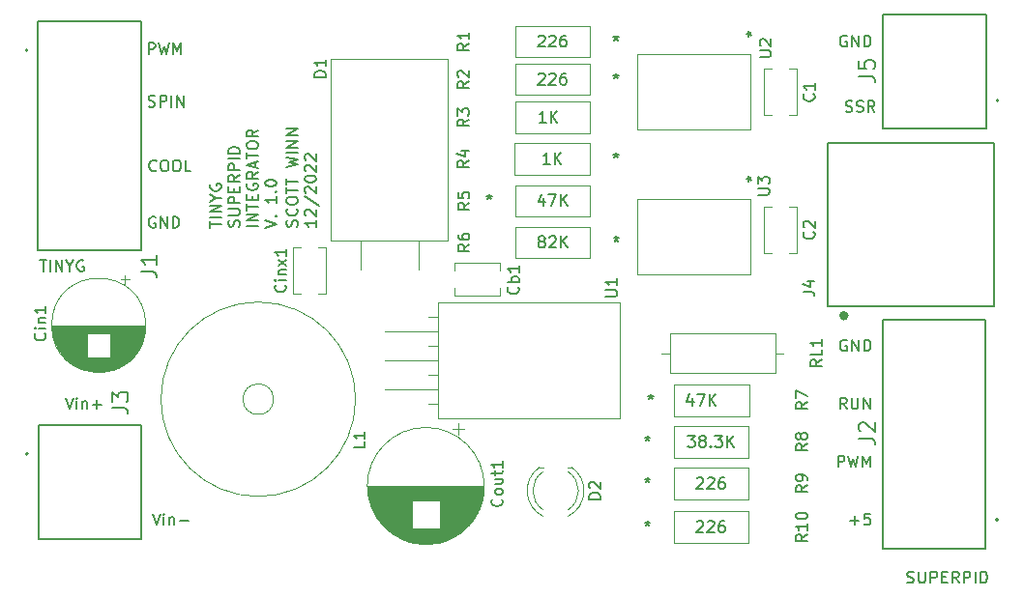
<source format=gbr>
%TF.GenerationSoftware,KiCad,Pcbnew,(6.0.9)*%
%TF.CreationDate,2022-12-19T09:49:19-08:00*%
%TF.ProjectId,TinyG-SuperPid-Integrator,54696e79-472d-4537-9570-65725069642d,rev?*%
%TF.SameCoordinates,Original*%
%TF.FileFunction,Legend,Top*%
%TF.FilePolarity,Positive*%
%FSLAX46Y46*%
G04 Gerber Fmt 4.6, Leading zero omitted, Abs format (unit mm)*
G04 Created by KiCad (PCBNEW (6.0.9)) date 2022-12-19 09:49:19*
%MOMM*%
%LPD*%
G01*
G04 APERTURE LIST*
%ADD10C,0.150000*%
%ADD11C,0.120000*%
%ADD12C,0.127000*%
%ADD13C,0.200000*%
%ADD14C,0.400000*%
G04 APERTURE END LIST*
D10*
X35822142Y-89622380D02*
X36155476Y-90622380D01*
X36488809Y-89622380D01*
X36822142Y-90622380D02*
X36822142Y-89955714D01*
X36822142Y-89622380D02*
X36774523Y-89670000D01*
X36822142Y-89717619D01*
X36869761Y-89670000D01*
X36822142Y-89622380D01*
X36822142Y-89717619D01*
X37298333Y-89955714D02*
X37298333Y-90622380D01*
X37298333Y-90050952D02*
X37345952Y-90003333D01*
X37441190Y-89955714D01*
X37584047Y-89955714D01*
X37679285Y-90003333D01*
X37726904Y-90098571D01*
X37726904Y-90622380D01*
X38203095Y-90241428D02*
X38965000Y-90241428D01*
X95837619Y-85542380D02*
X95837619Y-84542380D01*
X96218571Y-84542380D01*
X96313809Y-84590000D01*
X96361428Y-84637619D01*
X96409047Y-84732857D01*
X96409047Y-84875714D01*
X96361428Y-84970952D01*
X96313809Y-85018571D01*
X96218571Y-85066190D01*
X95837619Y-85066190D01*
X96742381Y-84542380D02*
X96980476Y-85542380D01*
X97170952Y-84828095D01*
X97361428Y-85542380D01*
X97599523Y-84542380D01*
X97980476Y-85542380D02*
X97980476Y-84542380D01*
X98313809Y-85256666D01*
X98647142Y-84542380D01*
X98647142Y-85542380D01*
X96932857Y-90241428D02*
X97694761Y-90241428D01*
X97313809Y-90622380D02*
X97313809Y-89860476D01*
X98647142Y-89622380D02*
X98170952Y-89622380D01*
X98123333Y-90098571D01*
X98170952Y-90050952D01*
X98266190Y-90003333D01*
X98504285Y-90003333D01*
X98599523Y-90050952D01*
X98647142Y-90098571D01*
X98694761Y-90193809D01*
X98694761Y-90431904D01*
X98647142Y-90527142D01*
X98599523Y-90574761D01*
X98504285Y-90622380D01*
X98266190Y-90622380D01*
X98170952Y-90574761D01*
X98123333Y-90527142D01*
X36068095Y-63635000D02*
X35972857Y-63587380D01*
X35830000Y-63587380D01*
X35687142Y-63635000D01*
X35591904Y-63730238D01*
X35544285Y-63825476D01*
X35496666Y-64015952D01*
X35496666Y-64158809D01*
X35544285Y-64349285D01*
X35591904Y-64444523D01*
X35687142Y-64539761D01*
X35830000Y-64587380D01*
X35925238Y-64587380D01*
X36068095Y-64539761D01*
X36115714Y-64492142D01*
X36115714Y-64158809D01*
X35925238Y-64158809D01*
X36544285Y-64587380D02*
X36544285Y-63587380D01*
X37115714Y-64587380D01*
X37115714Y-63587380D01*
X37591904Y-64587380D02*
X37591904Y-63587380D01*
X37830000Y-63587380D01*
X37972857Y-63635000D01*
X38068095Y-63730238D01*
X38115714Y-63825476D01*
X38163333Y-64015952D01*
X38163333Y-64158809D01*
X38115714Y-64349285D01*
X38068095Y-64444523D01*
X37972857Y-64539761D01*
X37830000Y-64587380D01*
X37591904Y-64587380D01*
X25963809Y-67397380D02*
X26535238Y-67397380D01*
X26249523Y-68397380D02*
X26249523Y-67397380D01*
X26868571Y-68397380D02*
X26868571Y-67397380D01*
X27344761Y-68397380D02*
X27344761Y-67397380D01*
X27916190Y-68397380D01*
X27916190Y-67397380D01*
X28582857Y-67921190D02*
X28582857Y-68397380D01*
X28249523Y-67397380D02*
X28582857Y-67921190D01*
X28916190Y-67397380D01*
X29773333Y-67445000D02*
X29678095Y-67397380D01*
X29535238Y-67397380D01*
X29392380Y-67445000D01*
X29297142Y-67540238D01*
X29249523Y-67635476D01*
X29201904Y-67825952D01*
X29201904Y-67968809D01*
X29249523Y-68159285D01*
X29297142Y-68254523D01*
X29392380Y-68349761D01*
X29535238Y-68397380D01*
X29630476Y-68397380D01*
X29773333Y-68349761D01*
X29820952Y-68302142D01*
X29820952Y-67968809D01*
X29630476Y-67968809D01*
X48494761Y-64482023D02*
X48542380Y-64339166D01*
X48542380Y-64101071D01*
X48494761Y-64005833D01*
X48447142Y-63958214D01*
X48351904Y-63910595D01*
X48256666Y-63910595D01*
X48161428Y-63958214D01*
X48113809Y-64005833D01*
X48066190Y-64101071D01*
X48018571Y-64291547D01*
X47970952Y-64386785D01*
X47923333Y-64434404D01*
X47828095Y-64482023D01*
X47732857Y-64482023D01*
X47637619Y-64434404D01*
X47590000Y-64386785D01*
X47542380Y-64291547D01*
X47542380Y-64053452D01*
X47590000Y-63910595D01*
X48447142Y-62910595D02*
X48494761Y-62958214D01*
X48542380Y-63101071D01*
X48542380Y-63196309D01*
X48494761Y-63339166D01*
X48399523Y-63434404D01*
X48304285Y-63482023D01*
X48113809Y-63529642D01*
X47970952Y-63529642D01*
X47780476Y-63482023D01*
X47685238Y-63434404D01*
X47590000Y-63339166D01*
X47542380Y-63196309D01*
X47542380Y-63101071D01*
X47590000Y-62958214D01*
X47637619Y-62910595D01*
X47542380Y-62291547D02*
X47542380Y-62101071D01*
X47590000Y-62005833D01*
X47685238Y-61910595D01*
X47875714Y-61862976D01*
X48209047Y-61862976D01*
X48399523Y-61910595D01*
X48494761Y-62005833D01*
X48542380Y-62101071D01*
X48542380Y-62291547D01*
X48494761Y-62386785D01*
X48399523Y-62482023D01*
X48209047Y-62529642D01*
X47875714Y-62529642D01*
X47685238Y-62482023D01*
X47590000Y-62386785D01*
X47542380Y-62291547D01*
X47542380Y-61577261D02*
X47542380Y-61005833D01*
X48542380Y-61291547D02*
X47542380Y-61291547D01*
X47542380Y-60815357D02*
X47542380Y-60243928D01*
X48542380Y-60529642D02*
X47542380Y-60529642D01*
X47542380Y-59243928D02*
X48542380Y-59005833D01*
X47828095Y-58815357D01*
X48542380Y-58624880D01*
X47542380Y-58386785D01*
X48542380Y-58005833D02*
X47542380Y-58005833D01*
X48542380Y-57529642D02*
X47542380Y-57529642D01*
X48542380Y-56958214D01*
X47542380Y-56958214D01*
X48542380Y-56482023D02*
X47542380Y-56482023D01*
X48542380Y-55910595D01*
X47542380Y-55910595D01*
X50152380Y-63910595D02*
X50152380Y-64482023D01*
X50152380Y-64196309D02*
X49152380Y-64196309D01*
X49295238Y-64291547D01*
X49390476Y-64386785D01*
X49438095Y-64482023D01*
X49247619Y-63529642D02*
X49200000Y-63482023D01*
X49152380Y-63386785D01*
X49152380Y-63148690D01*
X49200000Y-63053452D01*
X49247619Y-63005833D01*
X49342857Y-62958214D01*
X49438095Y-62958214D01*
X49580952Y-63005833D01*
X50152380Y-63577261D01*
X50152380Y-62958214D01*
X49104761Y-61815357D02*
X50390476Y-62672500D01*
X49247619Y-61529642D02*
X49200000Y-61482023D01*
X49152380Y-61386785D01*
X49152380Y-61148690D01*
X49200000Y-61053452D01*
X49247619Y-61005833D01*
X49342857Y-60958214D01*
X49438095Y-60958214D01*
X49580952Y-61005833D01*
X50152380Y-61577261D01*
X50152380Y-60958214D01*
X49152380Y-60339166D02*
X49152380Y-60243928D01*
X49200000Y-60148690D01*
X49247619Y-60101071D01*
X49342857Y-60053452D01*
X49533333Y-60005833D01*
X49771428Y-60005833D01*
X49961904Y-60053452D01*
X50057142Y-60101071D01*
X50104761Y-60148690D01*
X50152380Y-60243928D01*
X50152380Y-60339166D01*
X50104761Y-60434404D01*
X50057142Y-60482023D01*
X49961904Y-60529642D01*
X49771428Y-60577261D01*
X49533333Y-60577261D01*
X49342857Y-60529642D01*
X49247619Y-60482023D01*
X49200000Y-60434404D01*
X49152380Y-60339166D01*
X49247619Y-59624880D02*
X49200000Y-59577261D01*
X49152380Y-59482023D01*
X49152380Y-59243928D01*
X49200000Y-59148690D01*
X49247619Y-59101071D01*
X49342857Y-59053452D01*
X49438095Y-59053452D01*
X49580952Y-59101071D01*
X50152380Y-59672500D01*
X50152380Y-59053452D01*
X49247619Y-58672500D02*
X49200000Y-58624880D01*
X49152380Y-58529642D01*
X49152380Y-58291547D01*
X49200000Y-58196309D01*
X49247619Y-58148690D01*
X49342857Y-58101071D01*
X49438095Y-58101071D01*
X49580952Y-58148690D01*
X50152380Y-58720119D01*
X50152380Y-58101071D01*
X96599523Y-74430000D02*
X96504285Y-74382380D01*
X96361428Y-74382380D01*
X96218570Y-74430000D01*
X96123332Y-74525238D01*
X96075713Y-74620476D01*
X96028094Y-74810952D01*
X96028094Y-74953809D01*
X96075713Y-75144285D01*
X96123332Y-75239523D01*
X96218570Y-75334761D01*
X96361428Y-75382380D01*
X96456666Y-75382380D01*
X96599523Y-75334761D01*
X96647142Y-75287142D01*
X96647142Y-74953809D01*
X96456666Y-74953809D01*
X97075713Y-75382380D02*
X97075713Y-74382380D01*
X97647142Y-75382380D01*
X97647142Y-74382380D01*
X98123332Y-75382380D02*
X98123332Y-74382380D01*
X98361428Y-74382380D01*
X98504285Y-74430000D01*
X98599523Y-74525238D01*
X98647142Y-74620476D01*
X98694761Y-74810952D01*
X98694761Y-74953809D01*
X98647142Y-75144285D01*
X98599523Y-75239523D01*
X98504285Y-75334761D01*
X98361428Y-75382380D01*
X98123332Y-75382380D01*
X35488966Y-53935549D02*
X35631824Y-53983168D01*
X35869919Y-53983168D01*
X35965157Y-53935549D01*
X36012776Y-53887930D01*
X36060395Y-53792692D01*
X36060395Y-53697454D01*
X36012776Y-53602216D01*
X35965157Y-53554597D01*
X35869919Y-53506978D01*
X35679443Y-53459359D01*
X35584205Y-53411740D01*
X35536586Y-53364121D01*
X35488966Y-53268883D01*
X35488966Y-53173645D01*
X35536586Y-53078407D01*
X35584205Y-53030788D01*
X35679443Y-52983168D01*
X35917538Y-52983168D01*
X36060395Y-53030788D01*
X36488966Y-53983168D02*
X36488966Y-52983168D01*
X36869919Y-52983168D01*
X36965157Y-53030788D01*
X37012776Y-53078407D01*
X37060395Y-53173645D01*
X37060395Y-53316502D01*
X37012776Y-53411740D01*
X36965157Y-53459359D01*
X36869919Y-53506978D01*
X36488966Y-53506978D01*
X37488966Y-53983168D02*
X37488966Y-52983168D01*
X37965157Y-53983168D02*
X37965157Y-52983168D01*
X38536586Y-53983168D01*
X38536586Y-52983168D01*
X28202142Y-79462380D02*
X28535476Y-80462380D01*
X28868809Y-79462380D01*
X29202142Y-80462380D02*
X29202142Y-79795714D01*
X29202142Y-79462380D02*
X29154523Y-79510000D01*
X29202142Y-79557619D01*
X29249761Y-79510000D01*
X29202142Y-79462380D01*
X29202142Y-79557619D01*
X29678333Y-79795714D02*
X29678333Y-80462380D01*
X29678333Y-79890952D02*
X29725952Y-79843333D01*
X29821190Y-79795714D01*
X29964047Y-79795714D01*
X30059285Y-79843333D01*
X30106904Y-79938571D01*
X30106904Y-80462380D01*
X30583095Y-80081428D02*
X31345000Y-80081428D01*
X30964047Y-80462380D02*
X30964047Y-79700476D01*
X40852380Y-64577261D02*
X40852380Y-64005833D01*
X41852380Y-64291547D02*
X40852380Y-64291547D01*
X41852380Y-63672500D02*
X40852380Y-63672500D01*
X41852380Y-63196309D02*
X40852380Y-63196309D01*
X41852380Y-62624880D01*
X40852380Y-62624880D01*
X41376190Y-61958214D02*
X41852380Y-61958214D01*
X40852380Y-62291547D02*
X41376190Y-61958214D01*
X40852380Y-61624880D01*
X40900000Y-60767738D02*
X40852380Y-60862976D01*
X40852380Y-61005833D01*
X40900000Y-61148690D01*
X40995238Y-61243928D01*
X41090476Y-61291547D01*
X41280952Y-61339166D01*
X41423809Y-61339166D01*
X41614285Y-61291547D01*
X41709523Y-61243928D01*
X41804761Y-61148690D01*
X41852380Y-61005833D01*
X41852380Y-60910595D01*
X41804761Y-60767738D01*
X41757142Y-60720119D01*
X41423809Y-60720119D01*
X41423809Y-60910595D01*
X43414761Y-64482023D02*
X43462380Y-64339166D01*
X43462380Y-64101071D01*
X43414761Y-64005833D01*
X43367142Y-63958214D01*
X43271904Y-63910595D01*
X43176666Y-63910595D01*
X43081428Y-63958214D01*
X43033809Y-64005833D01*
X42986190Y-64101071D01*
X42938571Y-64291547D01*
X42890952Y-64386785D01*
X42843333Y-64434404D01*
X42748095Y-64482023D01*
X42652857Y-64482023D01*
X42557619Y-64434404D01*
X42510000Y-64386785D01*
X42462380Y-64291547D01*
X42462380Y-64053452D01*
X42510000Y-63910595D01*
X42462380Y-63482023D02*
X43271904Y-63482023D01*
X43367142Y-63434404D01*
X43414761Y-63386785D01*
X43462380Y-63291547D01*
X43462380Y-63101071D01*
X43414761Y-63005833D01*
X43367142Y-62958214D01*
X43271904Y-62910595D01*
X42462380Y-62910595D01*
X43462380Y-62434404D02*
X42462380Y-62434404D01*
X42462380Y-62053452D01*
X42510000Y-61958214D01*
X42557619Y-61910595D01*
X42652857Y-61862976D01*
X42795714Y-61862976D01*
X42890952Y-61910595D01*
X42938571Y-61958214D01*
X42986190Y-62053452D01*
X42986190Y-62434404D01*
X42938571Y-61434404D02*
X42938571Y-61101071D01*
X43462380Y-60958214D02*
X43462380Y-61434404D01*
X42462380Y-61434404D01*
X42462380Y-60958214D01*
X43462380Y-59958214D02*
X42986190Y-60291547D01*
X43462380Y-60529642D02*
X42462380Y-60529642D01*
X42462380Y-60148690D01*
X42510000Y-60053452D01*
X42557619Y-60005833D01*
X42652857Y-59958214D01*
X42795714Y-59958214D01*
X42890952Y-60005833D01*
X42938571Y-60053452D01*
X42986190Y-60148690D01*
X42986190Y-60529642D01*
X43462380Y-59529642D02*
X42462380Y-59529642D01*
X42462380Y-59148690D01*
X42510000Y-59053452D01*
X42557619Y-59005833D01*
X42652857Y-58958214D01*
X42795714Y-58958214D01*
X42890952Y-59005833D01*
X42938571Y-59053452D01*
X42986190Y-59148690D01*
X42986190Y-59529642D01*
X43462380Y-58529642D02*
X42462380Y-58529642D01*
X43462380Y-58053452D02*
X42462380Y-58053452D01*
X42462380Y-57815357D01*
X42510000Y-57672500D01*
X42605238Y-57577261D01*
X42700476Y-57529642D01*
X42890952Y-57482023D01*
X43033809Y-57482023D01*
X43224285Y-57529642D01*
X43319523Y-57577261D01*
X43414761Y-57672500D01*
X43462380Y-57815357D01*
X43462380Y-58053452D01*
X45072380Y-64434404D02*
X44072380Y-64434404D01*
X45072380Y-63958214D02*
X44072380Y-63958214D01*
X45072380Y-63386785D01*
X44072380Y-63386785D01*
X44072380Y-63053452D02*
X44072380Y-62482023D01*
X45072380Y-62767738D02*
X44072380Y-62767738D01*
X44548571Y-62148690D02*
X44548571Y-61815357D01*
X45072380Y-61672500D02*
X45072380Y-62148690D01*
X44072380Y-62148690D01*
X44072380Y-61672500D01*
X44120000Y-60720119D02*
X44072380Y-60815357D01*
X44072380Y-60958214D01*
X44120000Y-61101071D01*
X44215238Y-61196309D01*
X44310476Y-61243928D01*
X44500952Y-61291547D01*
X44643809Y-61291547D01*
X44834285Y-61243928D01*
X44929523Y-61196309D01*
X45024761Y-61101071D01*
X45072380Y-60958214D01*
X45072380Y-60862976D01*
X45024761Y-60720119D01*
X44977142Y-60672500D01*
X44643809Y-60672500D01*
X44643809Y-60862976D01*
X45072380Y-59672500D02*
X44596190Y-60005833D01*
X45072380Y-60243928D02*
X44072380Y-60243928D01*
X44072380Y-59862976D01*
X44120000Y-59767738D01*
X44167619Y-59720119D01*
X44262857Y-59672500D01*
X44405714Y-59672500D01*
X44500952Y-59720119D01*
X44548571Y-59767738D01*
X44596190Y-59862976D01*
X44596190Y-60243928D01*
X44786666Y-59291547D02*
X44786666Y-58815357D01*
X45072380Y-59386785D02*
X44072380Y-59053452D01*
X45072380Y-58720119D01*
X44072380Y-58529642D02*
X44072380Y-57958214D01*
X45072380Y-58243928D02*
X44072380Y-58243928D01*
X44072380Y-57434404D02*
X44072380Y-57243928D01*
X44120000Y-57148690D01*
X44215238Y-57053452D01*
X44405714Y-57005833D01*
X44739047Y-57005833D01*
X44929523Y-57053452D01*
X45024761Y-57148690D01*
X45072380Y-57243928D01*
X45072380Y-57434404D01*
X45024761Y-57529642D01*
X44929523Y-57624880D01*
X44739047Y-57672500D01*
X44405714Y-57672500D01*
X44215238Y-57624880D01*
X44120000Y-57529642D01*
X44072380Y-57434404D01*
X45072380Y-56005833D02*
X44596190Y-56339166D01*
X45072380Y-56577261D02*
X44072380Y-56577261D01*
X44072380Y-56196309D01*
X44120000Y-56101071D01*
X44167619Y-56053452D01*
X44262857Y-56005833D01*
X44405714Y-56005833D01*
X44500952Y-56053452D01*
X44548571Y-56101071D01*
X44596190Y-56196309D01*
X44596190Y-56577261D01*
X45682380Y-64577261D02*
X46682380Y-64243928D01*
X45682380Y-63910595D01*
X46587142Y-63577261D02*
X46634761Y-63529642D01*
X46682380Y-63577261D01*
X46634761Y-63624880D01*
X46587142Y-63577261D01*
X46682380Y-63577261D01*
X46682380Y-61815357D02*
X46682380Y-62386785D01*
X46682380Y-62101071D02*
X45682380Y-62101071D01*
X45825238Y-62196309D01*
X45920476Y-62291547D01*
X45968095Y-62386785D01*
X46587142Y-61386785D02*
X46634761Y-61339166D01*
X46682380Y-61386785D01*
X46634761Y-61434404D01*
X46587142Y-61386785D01*
X46682380Y-61386785D01*
X45682380Y-60720119D02*
X45682380Y-60624880D01*
X45730000Y-60529642D01*
X45777619Y-60482023D01*
X45872857Y-60434404D01*
X46063333Y-60386785D01*
X46301428Y-60386785D01*
X46491904Y-60434404D01*
X46587142Y-60482023D01*
X46634761Y-60529642D01*
X46682380Y-60624880D01*
X46682380Y-60720119D01*
X46634761Y-60815357D01*
X46587142Y-60862976D01*
X46491904Y-60910595D01*
X46301428Y-60958214D01*
X46063333Y-60958214D01*
X45872857Y-60910595D01*
X45777619Y-60862976D01*
X45730000Y-60815357D01*
X45682380Y-60720119D01*
X96599523Y-47760000D02*
X96504285Y-47712380D01*
X96361428Y-47712380D01*
X96218570Y-47760000D01*
X96123332Y-47855238D01*
X96075713Y-47950476D01*
X96028094Y-48140952D01*
X96028094Y-48283809D01*
X96075713Y-48474285D01*
X96123332Y-48569523D01*
X96218570Y-48664761D01*
X96361428Y-48712380D01*
X96456666Y-48712380D01*
X96599523Y-48664761D01*
X96647142Y-48617142D01*
X96647142Y-48283809D01*
X96456666Y-48283809D01*
X97075713Y-48712380D02*
X97075713Y-47712380D01*
X97647142Y-48712380D01*
X97647142Y-47712380D01*
X98123332Y-48712380D02*
X98123332Y-47712380D01*
X98361428Y-47712380D01*
X98504285Y-47760000D01*
X98599523Y-47855238D01*
X98647142Y-47950476D01*
X98694761Y-48140952D01*
X98694761Y-48283809D01*
X98647142Y-48474285D01*
X98599523Y-48569523D01*
X98504285Y-48664761D01*
X98361428Y-48712380D01*
X98123332Y-48712380D01*
X96528095Y-54379761D02*
X96670952Y-54427380D01*
X96909047Y-54427380D01*
X97004285Y-54379761D01*
X97051904Y-54332142D01*
X97099523Y-54236904D01*
X97099523Y-54141666D01*
X97051904Y-54046428D01*
X97004285Y-53998809D01*
X96909047Y-53951190D01*
X96718571Y-53903571D01*
X96623333Y-53855952D01*
X96575714Y-53808333D01*
X96528095Y-53713095D01*
X96528095Y-53617857D01*
X96575714Y-53522619D01*
X96623333Y-53475000D01*
X96718571Y-53427380D01*
X96956666Y-53427380D01*
X97099523Y-53475000D01*
X97480476Y-54379761D02*
X97623333Y-54427380D01*
X97861428Y-54427380D01*
X97956666Y-54379761D01*
X98004285Y-54332142D01*
X98051904Y-54236904D01*
X98051904Y-54141666D01*
X98004285Y-54046428D01*
X97956666Y-53998809D01*
X97861428Y-53951190D01*
X97670952Y-53903571D01*
X97575714Y-53855952D01*
X97528095Y-53808333D01*
X97480476Y-53713095D01*
X97480476Y-53617857D01*
X97528095Y-53522619D01*
X97575714Y-53475000D01*
X97670952Y-53427380D01*
X97909047Y-53427380D01*
X98051904Y-53475000D01*
X99051904Y-54427380D02*
X98718571Y-53951190D01*
X98480476Y-54427380D02*
X98480476Y-53427380D01*
X98861428Y-53427380D01*
X98956666Y-53475000D01*
X99004285Y-53522619D01*
X99051904Y-53617857D01*
X99051904Y-53760714D01*
X99004285Y-53855952D01*
X98956666Y-53903571D01*
X98861428Y-53951190D01*
X98480476Y-53951190D01*
X96599523Y-80462380D02*
X96266190Y-79986190D01*
X96028095Y-80462380D02*
X96028095Y-79462380D01*
X96409047Y-79462380D01*
X96504285Y-79510000D01*
X96551904Y-79557619D01*
X96599523Y-79652857D01*
X96599523Y-79795714D01*
X96551904Y-79890952D01*
X96504285Y-79938571D01*
X96409047Y-79986190D01*
X96028095Y-79986190D01*
X97028095Y-79462380D02*
X97028095Y-80271904D01*
X97075714Y-80367142D01*
X97123333Y-80414761D01*
X97218571Y-80462380D01*
X97409047Y-80462380D01*
X97504285Y-80414761D01*
X97551904Y-80367142D01*
X97599523Y-80271904D01*
X97599523Y-79462380D01*
X98075714Y-80462380D02*
X98075714Y-79462380D01*
X98647142Y-80462380D01*
X98647142Y-79462380D01*
X101910000Y-95654761D02*
X102052857Y-95702380D01*
X102290952Y-95702380D01*
X102386190Y-95654761D01*
X102433809Y-95607142D01*
X102481428Y-95511904D01*
X102481428Y-95416666D01*
X102433809Y-95321428D01*
X102386190Y-95273809D01*
X102290952Y-95226190D01*
X102100476Y-95178571D01*
X102005238Y-95130952D01*
X101957619Y-95083333D01*
X101910000Y-94988095D01*
X101910000Y-94892857D01*
X101957619Y-94797619D01*
X102005238Y-94750000D01*
X102100476Y-94702380D01*
X102338571Y-94702380D01*
X102481428Y-94750000D01*
X102910000Y-94702380D02*
X102910000Y-95511904D01*
X102957619Y-95607142D01*
X103005238Y-95654761D01*
X103100476Y-95702380D01*
X103290952Y-95702380D01*
X103386190Y-95654761D01*
X103433809Y-95607142D01*
X103481428Y-95511904D01*
X103481428Y-94702380D01*
X103957619Y-95702380D02*
X103957619Y-94702380D01*
X104338571Y-94702380D01*
X104433809Y-94750000D01*
X104481428Y-94797619D01*
X104529047Y-94892857D01*
X104529047Y-95035714D01*
X104481428Y-95130952D01*
X104433809Y-95178571D01*
X104338571Y-95226190D01*
X103957619Y-95226190D01*
X104957619Y-95178571D02*
X105290952Y-95178571D01*
X105433809Y-95702380D02*
X104957619Y-95702380D01*
X104957619Y-94702380D01*
X105433809Y-94702380D01*
X106433809Y-95702380D02*
X106100476Y-95226190D01*
X105862380Y-95702380D02*
X105862380Y-94702380D01*
X106243333Y-94702380D01*
X106338571Y-94750000D01*
X106386190Y-94797619D01*
X106433809Y-94892857D01*
X106433809Y-95035714D01*
X106386190Y-95130952D01*
X106338571Y-95178571D01*
X106243333Y-95226190D01*
X105862380Y-95226190D01*
X106862380Y-95702380D02*
X106862380Y-94702380D01*
X107243333Y-94702380D01*
X107338571Y-94750000D01*
X107386190Y-94797619D01*
X107433809Y-94892857D01*
X107433809Y-95035714D01*
X107386190Y-95130952D01*
X107338571Y-95178571D01*
X107243333Y-95226190D01*
X106862380Y-95226190D01*
X107862380Y-95702380D02*
X107862380Y-94702380D01*
X108338571Y-95702380D02*
X108338571Y-94702380D01*
X108576666Y-94702380D01*
X108719523Y-94750000D01*
X108814761Y-94845238D01*
X108862380Y-94940476D01*
X108910000Y-95130952D01*
X108910000Y-95273809D01*
X108862380Y-95464285D01*
X108814761Y-95559523D01*
X108719523Y-95654761D01*
X108576666Y-95702380D01*
X108338571Y-95702380D01*
X35494100Y-49369405D02*
X35494100Y-48369405D01*
X35875052Y-48369405D01*
X35970290Y-48417025D01*
X36017909Y-48464644D01*
X36065528Y-48559882D01*
X36065528Y-48702739D01*
X36017909Y-48797977D01*
X35970290Y-48845596D01*
X35875052Y-48893215D01*
X35494100Y-48893215D01*
X36398862Y-48369405D02*
X36636957Y-49369405D01*
X36827433Y-48655120D01*
X37017909Y-49369405D01*
X37256004Y-48369405D01*
X37636957Y-49369405D02*
X37636957Y-48369405D01*
X37970290Y-49083691D01*
X38303623Y-48369405D01*
X38303623Y-49369405D01*
X36169176Y-59534625D02*
X36121557Y-59582244D01*
X35978700Y-59629863D01*
X35883462Y-59629863D01*
X35740605Y-59582244D01*
X35645367Y-59487006D01*
X35597748Y-59391768D01*
X35550129Y-59201292D01*
X35550129Y-59058435D01*
X35597748Y-58867959D01*
X35645367Y-58772721D01*
X35740605Y-58677483D01*
X35883462Y-58629863D01*
X35978700Y-58629863D01*
X36121557Y-58677483D01*
X36169176Y-58725102D01*
X36788224Y-58629863D02*
X36978700Y-58629863D01*
X37073938Y-58677483D01*
X37169176Y-58772721D01*
X37216795Y-58963197D01*
X37216795Y-59296530D01*
X37169176Y-59487006D01*
X37073938Y-59582244D01*
X36978700Y-59629863D01*
X36788224Y-59629863D01*
X36692986Y-59582244D01*
X36597748Y-59487006D01*
X36550129Y-59296530D01*
X36550129Y-58963197D01*
X36597748Y-58772721D01*
X36692986Y-58677483D01*
X36788224Y-58629863D01*
X37835843Y-58629863D02*
X38026319Y-58629863D01*
X38121557Y-58677483D01*
X38216795Y-58772721D01*
X38264414Y-58963197D01*
X38264414Y-59296530D01*
X38216795Y-59487006D01*
X38121557Y-59582244D01*
X38026319Y-59629863D01*
X37835843Y-59629863D01*
X37740605Y-59582244D01*
X37645367Y-59487006D01*
X37597748Y-59296530D01*
X37597748Y-58963197D01*
X37645367Y-58772721D01*
X37740605Y-58677483D01*
X37835843Y-58629863D01*
X39169176Y-59629863D02*
X38692986Y-59629863D01*
X38692986Y-58629863D01*
%TO.C,U2*%
X88987380Y-49616904D02*
X89796904Y-49616904D01*
X89892142Y-49569285D01*
X89939761Y-49521666D01*
X89987380Y-49426428D01*
X89987380Y-49235952D01*
X89939761Y-49140714D01*
X89892142Y-49093095D01*
X89796904Y-49045476D01*
X88987380Y-49045476D01*
X89082619Y-48616904D02*
X89035000Y-48569285D01*
X88987380Y-48474047D01*
X88987380Y-48235952D01*
X89035000Y-48140714D01*
X89082619Y-48093095D01*
X89177857Y-48045476D01*
X89273095Y-48045476D01*
X89415952Y-48093095D01*
X89987380Y-48664523D01*
X89987380Y-48045476D01*
X87844380Y-47585000D02*
X88082476Y-47585000D01*
X87987238Y-47823095D02*
X88082476Y-47585000D01*
X87987238Y-47346904D01*
X88272952Y-47727857D02*
X88082476Y-47585000D01*
X88272952Y-47442142D01*
X87844380Y-47585000D02*
X88082476Y-47585000D01*
X87987238Y-47823095D02*
X88082476Y-47585000D01*
X87987238Y-47346904D01*
X88272952Y-47727857D02*
X88082476Y-47585000D01*
X88272952Y-47442142D01*
%TO.C,J2*%
X97658333Y-83016666D02*
X98658333Y-83016666D01*
X98858333Y-83083333D01*
X98991666Y-83216666D01*
X99058333Y-83416666D01*
X99058333Y-83550000D01*
X97791666Y-82416666D02*
X97725000Y-82350000D01*
X97658333Y-82216666D01*
X97658333Y-81883333D01*
X97725000Y-81750000D01*
X97791666Y-81683333D01*
X97925000Y-81616666D01*
X98058333Y-81616666D01*
X98258333Y-81683333D01*
X99058333Y-82483333D01*
X99058333Y-81616666D01*
%TO.C,L1*%
X54427380Y-83351666D02*
X54427380Y-83827857D01*
X53427380Y-83827857D01*
X54427380Y-82494523D02*
X54427380Y-83065952D01*
X54427380Y-82780238D02*
X53427380Y-82780238D01*
X53570238Y-82875476D01*
X53665476Y-82970714D01*
X53713095Y-83065952D01*
%TO.C,RL1*%
X94432380Y-76136428D02*
X93956190Y-76469761D01*
X94432380Y-76707857D02*
X93432380Y-76707857D01*
X93432380Y-76326904D01*
X93480000Y-76231666D01*
X93527619Y-76184047D01*
X93622857Y-76136428D01*
X93765714Y-76136428D01*
X93860952Y-76184047D01*
X93908571Y-76231666D01*
X93956190Y-76326904D01*
X93956190Y-76707857D01*
X94432380Y-75231666D02*
X94432380Y-75707857D01*
X93432380Y-75707857D01*
X94432380Y-74374523D02*
X94432380Y-74945952D01*
X94432380Y-74660238D02*
X93432380Y-74660238D01*
X93575238Y-74755476D01*
X93670476Y-74850714D01*
X93718095Y-74945952D01*
%TO.C,R1*%
X63538472Y-48426666D02*
X63062282Y-48760000D01*
X63538472Y-48998095D02*
X62538472Y-48998095D01*
X62538472Y-48617142D01*
X62586092Y-48521904D01*
X62633711Y-48474285D01*
X62728949Y-48426666D01*
X62871806Y-48426666D01*
X62967044Y-48474285D01*
X63014663Y-48521904D01*
X63062282Y-48617142D01*
X63062282Y-48998095D01*
X63538472Y-47474285D02*
X63538472Y-48045714D01*
X63538472Y-47760000D02*
X62538472Y-47760000D01*
X62681330Y-47855238D01*
X62776568Y-47950476D01*
X62824187Y-48045714D01*
X69615004Y-47807619D02*
X69662623Y-47760000D01*
X69757861Y-47712380D01*
X69995957Y-47712380D01*
X70091195Y-47760000D01*
X70138814Y-47807619D01*
X70186433Y-47902857D01*
X70186433Y-47998095D01*
X70138814Y-48140952D01*
X69567385Y-48712380D01*
X70186433Y-48712380D01*
X70567385Y-47807619D02*
X70615004Y-47760000D01*
X70710242Y-47712380D01*
X70948338Y-47712380D01*
X71043576Y-47760000D01*
X71091195Y-47807619D01*
X71138814Y-47902857D01*
X71138814Y-47998095D01*
X71091195Y-48140952D01*
X70519766Y-48712380D01*
X71138814Y-48712380D01*
X71995957Y-47712380D02*
X71805480Y-47712380D01*
X71710242Y-47760000D01*
X71662623Y-47807619D01*
X71567385Y-47950476D01*
X71519766Y-48140952D01*
X71519766Y-48521904D01*
X71567385Y-48617142D01*
X71615004Y-48664761D01*
X71710242Y-48712380D01*
X71900719Y-48712380D01*
X71995957Y-48664761D01*
X72043576Y-48617142D01*
X72091195Y-48521904D01*
X72091195Y-48283809D01*
X72043576Y-48188571D01*
X71995957Y-48140952D01*
X71900719Y-48093333D01*
X71710242Y-48093333D01*
X71615004Y-48140952D01*
X71567385Y-48188571D01*
X71519766Y-48283809D01*
X76415700Y-47712380D02*
X76415700Y-47950476D01*
X76177604Y-47855238D02*
X76415700Y-47950476D01*
X76653795Y-47855238D01*
X76272842Y-48140952D02*
X76415700Y-47950476D01*
X76558557Y-48140952D01*
%TO.C,D1*%
X50983530Y-51368031D02*
X49983530Y-51368031D01*
X49983530Y-51129936D01*
X50031150Y-50987078D01*
X50126388Y-50891840D01*
X50221626Y-50844221D01*
X50412102Y-50796602D01*
X50554959Y-50796602D01*
X50745435Y-50844221D01*
X50840673Y-50891840D01*
X50935911Y-50987078D01*
X50983530Y-51129936D01*
X50983530Y-51368031D01*
X50983530Y-49844221D02*
X50983530Y-50415650D01*
X50983530Y-50129936D02*
X49983530Y-50129936D01*
X50126388Y-50225174D01*
X50221626Y-50320412D01*
X50269245Y-50415650D01*
%TO.C,R9*%
X93162380Y-87161666D02*
X92686190Y-87495000D01*
X93162380Y-87733095D02*
X92162380Y-87733095D01*
X92162380Y-87352142D01*
X92210000Y-87256904D01*
X92257619Y-87209285D01*
X92352857Y-87161666D01*
X92495714Y-87161666D01*
X92590952Y-87209285D01*
X92638571Y-87256904D01*
X92686190Y-87352142D01*
X92686190Y-87733095D01*
X93162380Y-86685476D02*
X93162380Y-86495000D01*
X93114761Y-86399761D01*
X93067142Y-86352142D01*
X92924285Y-86256904D01*
X92733809Y-86209285D01*
X92352857Y-86209285D01*
X92257619Y-86256904D01*
X92210000Y-86304523D01*
X92162380Y-86399761D01*
X92162380Y-86590238D01*
X92210000Y-86685476D01*
X92257619Y-86733095D01*
X92352857Y-86780714D01*
X92590952Y-86780714D01*
X92686190Y-86733095D01*
X92733809Y-86685476D01*
X92781428Y-86590238D01*
X92781428Y-86399761D01*
X92733809Y-86304523D01*
X92686190Y-86256904D01*
X92590952Y-86209285D01*
X83483804Y-86542619D02*
X83531423Y-86495000D01*
X83626661Y-86447380D01*
X83864757Y-86447380D01*
X83959995Y-86495000D01*
X84007614Y-86542619D01*
X84055233Y-86637857D01*
X84055233Y-86733095D01*
X84007614Y-86875952D01*
X83436185Y-87447380D01*
X84055233Y-87447380D01*
X84436185Y-86542619D02*
X84483804Y-86495000D01*
X84579042Y-86447380D01*
X84817138Y-86447380D01*
X84912376Y-86495000D01*
X84959995Y-86542619D01*
X85007614Y-86637857D01*
X85007614Y-86733095D01*
X84959995Y-86875952D01*
X84388566Y-87447380D01*
X85007614Y-87447380D01*
X85864757Y-86447380D02*
X85674280Y-86447380D01*
X85579042Y-86495000D01*
X85531423Y-86542619D01*
X85436185Y-86685476D01*
X85388566Y-86875952D01*
X85388566Y-87256904D01*
X85436185Y-87352142D01*
X85483804Y-87399761D01*
X85579042Y-87447380D01*
X85769519Y-87447380D01*
X85864757Y-87399761D01*
X85912376Y-87352142D01*
X85959995Y-87256904D01*
X85959995Y-87018809D01*
X85912376Y-86923571D01*
X85864757Y-86875952D01*
X85769519Y-86828333D01*
X85579042Y-86828333D01*
X85483804Y-86875952D01*
X85436185Y-86923571D01*
X85388566Y-87018809D01*
X79159300Y-86447380D02*
X79159300Y-86685476D01*
X78921204Y-86590238D02*
X79159300Y-86685476D01*
X79397395Y-86590238D01*
X79016442Y-86875952D02*
X79159300Y-86685476D01*
X79302157Y-86875952D01*
%TO.C,J1*%
X34793333Y-68411666D02*
X35793333Y-68411666D01*
X35993333Y-68478333D01*
X36126666Y-68611666D01*
X36193333Y-68811666D01*
X36193333Y-68945000D01*
X36193333Y-67011666D02*
X36193333Y-67811666D01*
X36193333Y-67411666D02*
X34793333Y-67411666D01*
X34993333Y-67545000D01*
X35126666Y-67678333D01*
X35193333Y-67811666D01*
%TO.C,U1*%
X75512380Y-70591904D02*
X76321904Y-70591904D01*
X76417142Y-70544285D01*
X76464761Y-70496666D01*
X76512380Y-70401428D01*
X76512380Y-70210952D01*
X76464761Y-70115714D01*
X76417142Y-70068095D01*
X76321904Y-70020476D01*
X75512380Y-70020476D01*
X76512380Y-69020476D02*
X76512380Y-69591904D01*
X76512380Y-69306190D02*
X75512380Y-69306190D01*
X75655238Y-69401428D01*
X75750476Y-69496666D01*
X75798095Y-69591904D01*
%TO.C,J5*%
X97658333Y-51266666D02*
X98658333Y-51266666D01*
X98858333Y-51333333D01*
X98991666Y-51466666D01*
X99058333Y-51666666D01*
X99058333Y-51800000D01*
X97658333Y-49933333D02*
X97658333Y-50600000D01*
X98325000Y-50666666D01*
X98258333Y-50600000D01*
X98191666Y-50466666D01*
X98191666Y-50133333D01*
X98258333Y-50000000D01*
X98325000Y-49933333D01*
X98458333Y-49866666D01*
X98791666Y-49866666D01*
X98925000Y-49933333D01*
X98991666Y-50000000D01*
X99058333Y-50133333D01*
X99058333Y-50466666D01*
X98991666Y-50600000D01*
X98925000Y-50666666D01*
%TO.C,C2*%
X93712142Y-64936666D02*
X93759761Y-64984285D01*
X93807380Y-65127142D01*
X93807380Y-65222380D01*
X93759761Y-65365238D01*
X93664523Y-65460476D01*
X93569285Y-65508095D01*
X93378809Y-65555714D01*
X93235952Y-65555714D01*
X93045476Y-65508095D01*
X92950238Y-65460476D01*
X92855000Y-65365238D01*
X92807380Y-65222380D01*
X92807380Y-65127142D01*
X92855000Y-64984285D01*
X92902619Y-64936666D01*
X92902619Y-64555714D02*
X92855000Y-64508095D01*
X92807380Y-64412857D01*
X92807380Y-64174761D01*
X92855000Y-64079523D01*
X92902619Y-64031904D01*
X92997857Y-63984285D01*
X93093095Y-63984285D01*
X93235952Y-64031904D01*
X93807380Y-64603333D01*
X93807380Y-63984285D01*
%TO.C,J4*%
X92796566Y-70183829D02*
X93511914Y-70183829D01*
X93654984Y-70231519D01*
X93750364Y-70326899D01*
X93798054Y-70469968D01*
X93798054Y-70565348D01*
X93130395Y-69277721D02*
X93798054Y-69277721D01*
X92748876Y-69516170D02*
X93464224Y-69754620D01*
X93464224Y-69134651D01*
%TO.C,R8*%
X93162380Y-83512344D02*
X92686190Y-83845678D01*
X93162380Y-84083773D02*
X92162380Y-84083773D01*
X92162380Y-83702820D01*
X92210000Y-83607582D01*
X92257619Y-83559963D01*
X92352857Y-83512344D01*
X92495714Y-83512344D01*
X92590952Y-83559963D01*
X92638571Y-83607582D01*
X92686190Y-83702820D01*
X92686190Y-84083773D01*
X92590952Y-82940916D02*
X92543333Y-83036154D01*
X92495714Y-83083773D01*
X92400476Y-83131392D01*
X92352857Y-83131392D01*
X92257619Y-83083773D01*
X92210000Y-83036154D01*
X92162380Y-82940916D01*
X92162380Y-82750439D01*
X92210000Y-82655201D01*
X92257619Y-82607582D01*
X92352857Y-82559963D01*
X92400476Y-82559963D01*
X92495714Y-82607582D01*
X92543333Y-82655201D01*
X92590952Y-82750439D01*
X92590952Y-82940916D01*
X92638571Y-83036154D01*
X92686190Y-83083773D01*
X92781428Y-83131392D01*
X92971904Y-83131392D01*
X93067142Y-83083773D01*
X93114761Y-83036154D01*
X93162380Y-82940916D01*
X93162380Y-82750439D01*
X93114761Y-82655201D01*
X93067142Y-82607582D01*
X92971904Y-82559963D01*
X92781428Y-82559963D01*
X92686190Y-82607582D01*
X92638571Y-82655201D01*
X92590952Y-82750439D01*
X82698090Y-82798058D02*
X83317138Y-82798058D01*
X82983804Y-83179011D01*
X83126661Y-83179011D01*
X83221900Y-83226630D01*
X83269519Y-83274249D01*
X83317138Y-83369487D01*
X83317138Y-83607582D01*
X83269519Y-83702820D01*
X83221900Y-83750439D01*
X83126661Y-83798058D01*
X82840947Y-83798058D01*
X82745709Y-83750439D01*
X82698090Y-83702820D01*
X83888566Y-83226630D02*
X83793328Y-83179011D01*
X83745709Y-83131392D01*
X83698090Y-83036154D01*
X83698090Y-82988535D01*
X83745709Y-82893297D01*
X83793328Y-82845678D01*
X83888566Y-82798058D01*
X84079042Y-82798058D01*
X84174280Y-82845678D01*
X84221900Y-82893297D01*
X84269519Y-82988535D01*
X84269519Y-83036154D01*
X84221900Y-83131392D01*
X84174280Y-83179011D01*
X84079042Y-83226630D01*
X83888566Y-83226630D01*
X83793328Y-83274249D01*
X83745709Y-83321868D01*
X83698090Y-83417106D01*
X83698090Y-83607582D01*
X83745709Y-83702820D01*
X83793328Y-83750439D01*
X83888566Y-83798058D01*
X84079042Y-83798058D01*
X84174280Y-83750439D01*
X84221900Y-83702820D01*
X84269519Y-83607582D01*
X84269519Y-83417106D01*
X84221900Y-83321868D01*
X84174280Y-83274249D01*
X84079042Y-83226630D01*
X84698090Y-83702820D02*
X84745709Y-83750439D01*
X84698090Y-83798058D01*
X84650471Y-83750439D01*
X84698090Y-83702820D01*
X84698090Y-83798058D01*
X85079042Y-82798058D02*
X85698090Y-82798058D01*
X85364757Y-83179011D01*
X85507614Y-83179011D01*
X85602852Y-83226630D01*
X85650471Y-83274249D01*
X85698090Y-83369487D01*
X85698090Y-83607582D01*
X85650471Y-83702820D01*
X85602852Y-83750439D01*
X85507614Y-83798058D01*
X85221900Y-83798058D01*
X85126661Y-83750439D01*
X85079042Y-83702820D01*
X86126661Y-83798058D02*
X86126661Y-82798058D01*
X86698090Y-83798058D02*
X86269519Y-83226630D01*
X86698090Y-82798058D02*
X86126661Y-83369487D01*
X79159300Y-82798058D02*
X79159300Y-83036154D01*
X78921204Y-82940916D02*
X79159300Y-83036154D01*
X79397395Y-82940916D01*
X79016442Y-83226630D02*
X79159300Y-83036154D01*
X79302157Y-83226630D01*
%TO.C,Cin1*%
X26392142Y-73824491D02*
X26439761Y-73872110D01*
X26487380Y-74014968D01*
X26487380Y-74110206D01*
X26439761Y-74253063D01*
X26344523Y-74348301D01*
X26249285Y-74395920D01*
X26058809Y-74443539D01*
X25915952Y-74443539D01*
X25725476Y-74395920D01*
X25630238Y-74348301D01*
X25535000Y-74253063D01*
X25487380Y-74110206D01*
X25487380Y-74014968D01*
X25535000Y-73872110D01*
X25582619Y-73824491D01*
X26487380Y-73395920D02*
X25820714Y-73395920D01*
X25487380Y-73395920D02*
X25535000Y-73443539D01*
X25582619Y-73395920D01*
X25535000Y-73348301D01*
X25487380Y-73395920D01*
X25582619Y-73395920D01*
X25820714Y-72919729D02*
X26487380Y-72919729D01*
X25915952Y-72919729D02*
X25868333Y-72872110D01*
X25820714Y-72776872D01*
X25820714Y-72634015D01*
X25868333Y-72538777D01*
X25963571Y-72491158D01*
X26487380Y-72491158D01*
X26487380Y-71491158D02*
X26487380Y-72062587D01*
X26487380Y-71776872D02*
X25487380Y-71776872D01*
X25630238Y-71872110D01*
X25725476Y-71967349D01*
X25773095Y-72062587D01*
%TO.C,R10*%
X93162380Y-91447857D02*
X92686190Y-91781190D01*
X93162380Y-92019285D02*
X92162380Y-92019285D01*
X92162380Y-91638333D01*
X92210000Y-91543095D01*
X92257619Y-91495476D01*
X92352857Y-91447857D01*
X92495714Y-91447857D01*
X92590952Y-91495476D01*
X92638571Y-91543095D01*
X92686190Y-91638333D01*
X92686190Y-92019285D01*
X93162380Y-90495476D02*
X93162380Y-91066904D01*
X93162380Y-90781190D02*
X92162380Y-90781190D01*
X92305238Y-90876428D01*
X92400476Y-90971666D01*
X92448095Y-91066904D01*
X92162380Y-89876428D02*
X92162380Y-89781190D01*
X92210000Y-89685952D01*
X92257619Y-89638333D01*
X92352857Y-89590714D01*
X92543333Y-89543095D01*
X92781428Y-89543095D01*
X92971904Y-89590714D01*
X93067142Y-89638333D01*
X93114761Y-89685952D01*
X93162380Y-89781190D01*
X93162380Y-89876428D01*
X93114761Y-89971666D01*
X93067142Y-90019285D01*
X92971904Y-90066904D01*
X92781428Y-90114523D01*
X92543333Y-90114523D01*
X92352857Y-90066904D01*
X92257619Y-90019285D01*
X92210000Y-89971666D01*
X92162380Y-89876428D01*
X83483804Y-90352619D02*
X83531423Y-90305000D01*
X83626661Y-90257380D01*
X83864757Y-90257380D01*
X83959995Y-90305000D01*
X84007614Y-90352619D01*
X84055233Y-90447857D01*
X84055233Y-90543095D01*
X84007614Y-90685952D01*
X83436185Y-91257380D01*
X84055233Y-91257380D01*
X84436185Y-90352619D02*
X84483804Y-90305000D01*
X84579042Y-90257380D01*
X84817138Y-90257380D01*
X84912376Y-90305000D01*
X84959995Y-90352619D01*
X85007614Y-90447857D01*
X85007614Y-90543095D01*
X84959995Y-90685952D01*
X84388566Y-91257380D01*
X85007614Y-91257380D01*
X85864757Y-90257380D02*
X85674280Y-90257380D01*
X85579042Y-90305000D01*
X85531423Y-90352619D01*
X85436185Y-90495476D01*
X85388566Y-90685952D01*
X85388566Y-91066904D01*
X85436185Y-91162142D01*
X85483804Y-91209761D01*
X85579042Y-91257380D01*
X85769519Y-91257380D01*
X85864757Y-91209761D01*
X85912376Y-91162142D01*
X85959995Y-91066904D01*
X85959995Y-90828809D01*
X85912376Y-90733571D01*
X85864757Y-90685952D01*
X85769519Y-90638333D01*
X85579042Y-90638333D01*
X85483804Y-90685952D01*
X85436185Y-90733571D01*
X85388566Y-90828809D01*
X79159300Y-90257380D02*
X79159300Y-90495476D01*
X78921204Y-90400238D02*
X79159300Y-90495476D01*
X79397395Y-90400238D01*
X79016442Y-90685952D02*
X79159300Y-90495476D01*
X79302157Y-90685952D01*
%TO.C,U3*%
X88837380Y-61681904D02*
X89646904Y-61681904D01*
X89742142Y-61634285D01*
X89789761Y-61586666D01*
X89837380Y-61491428D01*
X89837380Y-61300952D01*
X89789761Y-61205714D01*
X89742142Y-61158095D01*
X89646904Y-61110476D01*
X88837380Y-61110476D01*
X88837380Y-60729523D02*
X88837380Y-60110476D01*
X89218333Y-60443809D01*
X89218333Y-60300952D01*
X89265952Y-60205714D01*
X89313571Y-60158095D01*
X89408809Y-60110476D01*
X89646904Y-60110476D01*
X89742142Y-60158095D01*
X89789761Y-60205714D01*
X89837380Y-60300952D01*
X89837380Y-60586666D01*
X89789761Y-60681904D01*
X89742142Y-60729523D01*
X87844380Y-60285000D02*
X88082476Y-60285000D01*
X87987238Y-60523095D02*
X88082476Y-60285000D01*
X87987238Y-60046904D01*
X88272952Y-60427857D02*
X88082476Y-60285000D01*
X88272952Y-60142142D01*
X87844380Y-60285000D02*
X88082476Y-60285000D01*
X87987238Y-60523095D02*
X88082476Y-60285000D01*
X87987238Y-60046904D01*
X88272952Y-60427857D02*
X88082476Y-60285000D01*
X88272952Y-60142142D01*
%TO.C,Cb1*%
X67820912Y-69765122D02*
X67868531Y-69812741D01*
X67916150Y-69955598D01*
X67916150Y-70050836D01*
X67868531Y-70193694D01*
X67773293Y-70288932D01*
X67678055Y-70336551D01*
X67487579Y-70384170D01*
X67344722Y-70384170D01*
X67154246Y-70336551D01*
X67059008Y-70288932D01*
X66963770Y-70193694D01*
X66916150Y-70050836D01*
X66916150Y-69955598D01*
X66963770Y-69812741D01*
X67011389Y-69765122D01*
X67916150Y-69336551D02*
X66916150Y-69336551D01*
X67297103Y-69336551D02*
X67249484Y-69241313D01*
X67249484Y-69050836D01*
X67297103Y-68955598D01*
X67344722Y-68907979D01*
X67439960Y-68860360D01*
X67725674Y-68860360D01*
X67820912Y-68907979D01*
X67868531Y-68955598D01*
X67916150Y-69050836D01*
X67916150Y-69241313D01*
X67868531Y-69336551D01*
X67916150Y-67907979D02*
X67916150Y-68479408D01*
X67916150Y-68193694D02*
X66916150Y-68193694D01*
X67059008Y-68288932D01*
X67154246Y-68384170D01*
X67201865Y-68479408D01*
%TO.C,Cinx1*%
X47440790Y-69603962D02*
X47488409Y-69651581D01*
X47536028Y-69794438D01*
X47536028Y-69889677D01*
X47488409Y-70032534D01*
X47393171Y-70127772D01*
X47297933Y-70175391D01*
X47107457Y-70223010D01*
X46964600Y-70223010D01*
X46774124Y-70175391D01*
X46678886Y-70127772D01*
X46583648Y-70032534D01*
X46536028Y-69889677D01*
X46536028Y-69794438D01*
X46583648Y-69651581D01*
X46631267Y-69603962D01*
X47536028Y-69175391D02*
X46869362Y-69175391D01*
X46536028Y-69175391D02*
X46583648Y-69223010D01*
X46631267Y-69175391D01*
X46583648Y-69127772D01*
X46536028Y-69175391D01*
X46631267Y-69175391D01*
X46869362Y-68699200D02*
X47536028Y-68699200D01*
X46964600Y-68699200D02*
X46916981Y-68651581D01*
X46869362Y-68556343D01*
X46869362Y-68413486D01*
X46916981Y-68318248D01*
X47012219Y-68270629D01*
X47536028Y-68270629D01*
X47536028Y-67889677D02*
X46869362Y-67365867D01*
X46869362Y-67889677D02*
X47536028Y-67365867D01*
X47536028Y-66461105D02*
X47536028Y-67032534D01*
X47536028Y-66746819D02*
X46536028Y-66746819D01*
X46678886Y-66842058D01*
X46774124Y-66937296D01*
X46821743Y-67032534D01*
%TO.C,C1*%
X93712142Y-52851666D02*
X93759761Y-52899285D01*
X93807380Y-53042142D01*
X93807380Y-53137380D01*
X93759761Y-53280238D01*
X93664523Y-53375476D01*
X93569285Y-53423095D01*
X93378809Y-53470714D01*
X93235952Y-53470714D01*
X93045476Y-53423095D01*
X92950238Y-53375476D01*
X92855000Y-53280238D01*
X92807380Y-53137380D01*
X92807380Y-53042142D01*
X92855000Y-52899285D01*
X92902619Y-52851666D01*
X93807380Y-51899285D02*
X93807380Y-52470714D01*
X93807380Y-52185000D02*
X92807380Y-52185000D01*
X92950238Y-52280238D01*
X93045476Y-52375476D01*
X93093095Y-52470714D01*
%TO.C,Cout1*%
X66397142Y-88352142D02*
X66444761Y-88399761D01*
X66492380Y-88542619D01*
X66492380Y-88637857D01*
X66444761Y-88780714D01*
X66349523Y-88875952D01*
X66254285Y-88923571D01*
X66063809Y-88971190D01*
X65920952Y-88971190D01*
X65730476Y-88923571D01*
X65635238Y-88875952D01*
X65540000Y-88780714D01*
X65492380Y-88637857D01*
X65492380Y-88542619D01*
X65540000Y-88399761D01*
X65587619Y-88352142D01*
X66492380Y-87780714D02*
X66444761Y-87875952D01*
X66397142Y-87923571D01*
X66301904Y-87971190D01*
X66016190Y-87971190D01*
X65920952Y-87923571D01*
X65873333Y-87875952D01*
X65825714Y-87780714D01*
X65825714Y-87637857D01*
X65873333Y-87542619D01*
X65920952Y-87495000D01*
X66016190Y-87447380D01*
X66301904Y-87447380D01*
X66397142Y-87495000D01*
X66444761Y-87542619D01*
X66492380Y-87637857D01*
X66492380Y-87780714D01*
X65825714Y-86590238D02*
X66492380Y-86590238D01*
X65825714Y-87018809D02*
X66349523Y-87018809D01*
X66444761Y-86971190D01*
X66492380Y-86875952D01*
X66492380Y-86733095D01*
X66444761Y-86637857D01*
X66397142Y-86590238D01*
X65825714Y-86256904D02*
X65825714Y-85875952D01*
X65492380Y-86114047D02*
X66349523Y-86114047D01*
X66444761Y-86066428D01*
X66492380Y-85971190D01*
X66492380Y-85875952D01*
X66492380Y-85018809D02*
X66492380Y-85590238D01*
X66492380Y-85304523D02*
X65492380Y-85304523D01*
X65635238Y-85399761D01*
X65730476Y-85495000D01*
X65778095Y-85590238D01*
%TO.C,J3*%
X32274243Y-80362453D02*
X33274243Y-80362453D01*
X33474243Y-80429120D01*
X33607576Y-80562453D01*
X33674243Y-80762453D01*
X33674243Y-80895787D01*
X32274243Y-79829120D02*
X32274243Y-78962453D01*
X32807576Y-79429120D01*
X32807576Y-79229120D01*
X32874243Y-79095787D01*
X32940910Y-79029120D01*
X33074243Y-78962453D01*
X33407576Y-78962453D01*
X33540910Y-79029120D01*
X33607576Y-79095787D01*
X33674243Y-79229120D01*
X33674243Y-79629120D01*
X33607576Y-79762453D01*
X33540910Y-79829120D01*
%TO.C,R7*%
X93162380Y-79863022D02*
X92686190Y-80196356D01*
X93162380Y-80434451D02*
X92162380Y-80434451D01*
X92162380Y-80053498D01*
X92210000Y-79958260D01*
X92257619Y-79910641D01*
X92352857Y-79863022D01*
X92495714Y-79863022D01*
X92590952Y-79910641D01*
X92638571Y-79958260D01*
X92686190Y-80053498D01*
X92686190Y-80434451D01*
X92162380Y-79529689D02*
X92162380Y-78863022D01*
X93162380Y-79291594D01*
X83102552Y-79482070D02*
X83102552Y-80148736D01*
X82864457Y-79101117D02*
X82626362Y-79815403D01*
X83245409Y-79815403D01*
X83531124Y-79148736D02*
X84197790Y-79148736D01*
X83769219Y-80148736D01*
X84578743Y-80148736D02*
X84578743Y-79148736D01*
X85150171Y-80148736D02*
X84721600Y-79577308D01*
X85150171Y-79148736D02*
X84578743Y-79720165D01*
X79443267Y-79148736D02*
X79443267Y-79386832D01*
X79205171Y-79291594D02*
X79443267Y-79386832D01*
X79681362Y-79291594D01*
X79300409Y-79577308D02*
X79443267Y-79386832D01*
X79586124Y-79577308D01*
%TO.C,R2*%
X63538472Y-51752031D02*
X63062282Y-52085365D01*
X63538472Y-52323460D02*
X62538472Y-52323460D01*
X62538472Y-51942507D01*
X62586092Y-51847269D01*
X62633711Y-51799650D01*
X62728949Y-51752031D01*
X62871806Y-51752031D01*
X62967044Y-51799650D01*
X63014663Y-51847269D01*
X63062282Y-51942507D01*
X63062282Y-52323460D01*
X62633711Y-51371079D02*
X62586092Y-51323460D01*
X62538472Y-51228222D01*
X62538472Y-50990126D01*
X62586092Y-50894888D01*
X62633711Y-50847269D01*
X62728949Y-50799650D01*
X62824187Y-50799650D01*
X62967044Y-50847269D01*
X63538472Y-51418698D01*
X63538472Y-50799650D01*
X69615004Y-51132984D02*
X69662623Y-51085365D01*
X69757861Y-51037745D01*
X69995957Y-51037745D01*
X70091195Y-51085365D01*
X70138814Y-51132984D01*
X70186433Y-51228222D01*
X70186433Y-51323460D01*
X70138814Y-51466317D01*
X69567385Y-52037745D01*
X70186433Y-52037745D01*
X70567385Y-51132984D02*
X70615004Y-51085365D01*
X70710242Y-51037745D01*
X70948338Y-51037745D01*
X71043576Y-51085365D01*
X71091195Y-51132984D01*
X71138814Y-51228222D01*
X71138814Y-51323460D01*
X71091195Y-51466317D01*
X70519766Y-52037745D01*
X71138814Y-52037745D01*
X71995957Y-51037745D02*
X71805480Y-51037745D01*
X71710242Y-51085365D01*
X71662623Y-51132984D01*
X71567385Y-51275841D01*
X71519766Y-51466317D01*
X71519766Y-51847269D01*
X71567385Y-51942507D01*
X71615004Y-51990126D01*
X71710242Y-52037745D01*
X71900719Y-52037745D01*
X71995957Y-51990126D01*
X72043576Y-51942507D01*
X72091195Y-51847269D01*
X72091195Y-51609174D01*
X72043576Y-51513936D01*
X71995957Y-51466317D01*
X71900719Y-51418698D01*
X71710242Y-51418698D01*
X71615004Y-51466317D01*
X71567385Y-51513936D01*
X71519766Y-51609174D01*
X76415700Y-51037745D02*
X76415700Y-51275841D01*
X76177604Y-51180603D02*
X76415700Y-51275841D01*
X76653795Y-51180603D01*
X76272842Y-51466317D02*
X76415700Y-51275841D01*
X76558557Y-51466317D01*
%TO.C,D2*%
X75032380Y-88363095D02*
X74032380Y-88363095D01*
X74032380Y-88125000D01*
X74080000Y-87982142D01*
X74175238Y-87886904D01*
X74270476Y-87839285D01*
X74460952Y-87791666D01*
X74603809Y-87791666D01*
X74794285Y-87839285D01*
X74889523Y-87886904D01*
X74984761Y-87982142D01*
X75032380Y-88125000D01*
X75032380Y-88363095D01*
X74127619Y-87410714D02*
X74080000Y-87363095D01*
X74032380Y-87267857D01*
X74032380Y-87029761D01*
X74080000Y-86934523D01*
X74127619Y-86886904D01*
X74222857Y-86839285D01*
X74318095Y-86839285D01*
X74460952Y-86886904D01*
X75032380Y-87458333D01*
X75032380Y-86839285D01*
%TO.C,R5*%
X63563685Y-62381424D02*
X63087495Y-62714758D01*
X63563685Y-62952853D02*
X62563685Y-62952853D01*
X62563685Y-62571900D01*
X62611305Y-62476662D01*
X62658924Y-62429043D01*
X62754162Y-62381424D01*
X62897019Y-62381424D01*
X62992257Y-62429043D01*
X63039876Y-62476662D01*
X63087495Y-62571900D01*
X63087495Y-62952853D01*
X62563685Y-61476662D02*
X62563685Y-61952853D01*
X63039876Y-62000472D01*
X62992257Y-61952853D01*
X62944638Y-61857615D01*
X62944638Y-61619519D01*
X62992257Y-61524281D01*
X63039876Y-61476662D01*
X63135114Y-61429043D01*
X63373209Y-61429043D01*
X63468447Y-61476662D01*
X63516066Y-61524281D01*
X63563685Y-61619519D01*
X63563685Y-61857615D01*
X63516066Y-61952853D01*
X63468447Y-62000472D01*
X70089037Y-62000472D02*
X70089037Y-62667138D01*
X69850942Y-61619519D02*
X69612847Y-62333805D01*
X70231894Y-62333805D01*
X70517609Y-61667138D02*
X71184275Y-61667138D01*
X70755704Y-62667138D01*
X71565228Y-62667138D02*
X71565228Y-61667138D01*
X72136656Y-62667138D02*
X71708085Y-62095710D01*
X72136656Y-61667138D02*
X71565228Y-62238567D01*
X65312152Y-61667138D02*
X65312152Y-61905234D01*
X65074056Y-61809996D02*
X65312152Y-61905234D01*
X65550247Y-61809996D01*
X65169294Y-62095710D02*
X65312152Y-61905234D01*
X65455009Y-62095710D01*
%TO.C,R3*%
X63538472Y-55077396D02*
X63062282Y-55410730D01*
X63538472Y-55648825D02*
X62538472Y-55648825D01*
X62538472Y-55267872D01*
X62586092Y-55172634D01*
X62633711Y-55125015D01*
X62728949Y-55077396D01*
X62871806Y-55077396D01*
X62967044Y-55125015D01*
X63014663Y-55172634D01*
X63062282Y-55267872D01*
X63062282Y-55648825D01*
X62538472Y-54744063D02*
X62538472Y-54125015D01*
X62919425Y-54458349D01*
X62919425Y-54315491D01*
X62967044Y-54220253D01*
X63014663Y-54172634D01*
X63109901Y-54125015D01*
X63347996Y-54125015D01*
X63443234Y-54172634D01*
X63490853Y-54220253D01*
X63538472Y-54315491D01*
X63538472Y-54601206D01*
X63490853Y-54696444D01*
X63443234Y-54744063D01*
X70270714Y-55363110D02*
X69699285Y-55363110D01*
X69985000Y-55363110D02*
X69985000Y-54363110D01*
X69889761Y-54505968D01*
X69794523Y-54601206D01*
X69699285Y-54648825D01*
X70699285Y-55363110D02*
X70699285Y-54363110D01*
X71270714Y-55363110D02*
X70842142Y-54791682D01*
X71270714Y-54363110D02*
X70699285Y-54934539D01*
%TO.C,R4*%
X63513521Y-58698884D02*
X63037331Y-59032218D01*
X63513521Y-59270313D02*
X62513521Y-59270313D01*
X62513521Y-58889360D01*
X62561141Y-58794122D01*
X62608760Y-58746503D01*
X62703998Y-58698884D01*
X62846855Y-58698884D01*
X62942093Y-58746503D01*
X62989712Y-58794122D01*
X63037331Y-58889360D01*
X63037331Y-59270313D01*
X62846855Y-57841741D02*
X63513521Y-57841741D01*
X62465902Y-58079837D02*
X63180188Y-58317932D01*
X63180188Y-57698884D01*
X70613863Y-58984598D02*
X70042434Y-58984598D01*
X70328149Y-58984598D02*
X70328149Y-57984598D01*
X70232910Y-58127456D01*
X70137672Y-58222694D01*
X70042434Y-58270313D01*
X71042434Y-58984598D02*
X71042434Y-57984598D01*
X71613863Y-58984598D02*
X71185291Y-58413170D01*
X71613863Y-57984598D02*
X71042434Y-58556027D01*
X76390749Y-57984598D02*
X76390749Y-58222694D01*
X76152653Y-58127456D02*
X76390749Y-58222694D01*
X76628844Y-58127456D01*
X76247891Y-58413170D02*
X76390749Y-58222694D01*
X76533606Y-58413170D01*
%TO.C,R6*%
X63563685Y-66030746D02*
X63087495Y-66364080D01*
X63563685Y-66602175D02*
X62563685Y-66602175D01*
X62563685Y-66221222D01*
X62611305Y-66125984D01*
X62658924Y-66078365D01*
X62754162Y-66030746D01*
X62897019Y-66030746D01*
X62992257Y-66078365D01*
X63039876Y-66125984D01*
X63087495Y-66221222D01*
X63087495Y-66602175D01*
X62563685Y-65173603D02*
X62563685Y-65364080D01*
X62611305Y-65459318D01*
X62658924Y-65506937D01*
X62801781Y-65602175D01*
X62992257Y-65649794D01*
X63373209Y-65649794D01*
X63468447Y-65602175D01*
X63516066Y-65554556D01*
X63563685Y-65459318D01*
X63563685Y-65268841D01*
X63516066Y-65173603D01*
X63468447Y-65125984D01*
X63373209Y-65078365D01*
X63135114Y-65078365D01*
X63039876Y-65125984D01*
X62992257Y-65173603D01*
X62944638Y-65268841D01*
X62944638Y-65459318D01*
X62992257Y-65554556D01*
X63039876Y-65602175D01*
X63135114Y-65649794D01*
X69812276Y-65745032D02*
X69717038Y-65697413D01*
X69669419Y-65649794D01*
X69621800Y-65554556D01*
X69621800Y-65506937D01*
X69669419Y-65411699D01*
X69717038Y-65364080D01*
X69812276Y-65316460D01*
X70002752Y-65316460D01*
X70097990Y-65364080D01*
X70145609Y-65411699D01*
X70193228Y-65506937D01*
X70193228Y-65554556D01*
X70145609Y-65649794D01*
X70097990Y-65697413D01*
X70002752Y-65745032D01*
X69812276Y-65745032D01*
X69717038Y-65792651D01*
X69669419Y-65840270D01*
X69621800Y-65935508D01*
X69621800Y-66125984D01*
X69669419Y-66221222D01*
X69717038Y-66268841D01*
X69812276Y-66316460D01*
X70002752Y-66316460D01*
X70097990Y-66268841D01*
X70145609Y-66221222D01*
X70193228Y-66125984D01*
X70193228Y-65935508D01*
X70145609Y-65840270D01*
X70097990Y-65792651D01*
X70002752Y-65745032D01*
X70574181Y-65411699D02*
X70621800Y-65364080D01*
X70717038Y-65316460D01*
X70955133Y-65316460D01*
X71050371Y-65364080D01*
X71097990Y-65411699D01*
X71145609Y-65506937D01*
X71145609Y-65602175D01*
X71097990Y-65745032D01*
X70526562Y-66316460D01*
X71145609Y-66316460D01*
X71574181Y-66316460D02*
X71574181Y-65316460D01*
X72145609Y-66316460D02*
X71717038Y-65745032D01*
X72145609Y-65316460D02*
X71574181Y-65887889D01*
X76446305Y-65316460D02*
X76446305Y-65554556D01*
X76208209Y-65459318D02*
X76446305Y-65554556D01*
X76684400Y-65459318D01*
X76303447Y-65745032D02*
X76446305Y-65554556D01*
X76589162Y-65745032D01*
D11*
%TO.C,U2*%
X88138000Y-49337600D02*
X78232000Y-49337600D01*
X78232000Y-49337600D02*
X78232000Y-55992400D01*
X88138000Y-55992400D02*
X88138000Y-49337600D01*
X78232000Y-55992400D02*
X88138000Y-55992400D01*
D12*
%TO.C,J2*%
X108775000Y-92670000D02*
X99775000Y-92670000D01*
X99775000Y-72670000D02*
X108775000Y-72670000D01*
X108775000Y-72670000D02*
X108775000Y-92670000D01*
X99775000Y-92670000D02*
X99775000Y-72670000D01*
D13*
X109875000Y-90170000D02*
G75*
G03*
X109875000Y-90170000I-100000J0D01*
G01*
D11*
%TO.C,L1*%
X53605000Y-79605000D02*
G75*
G03*
X53605000Y-79605000I-8520000J0D01*
G01*
X46425000Y-79605000D02*
G75*
G03*
X46425000Y-79605000I-1340000J0D01*
G01*
%TO.C,RL1*%
X90345000Y-77285000D02*
X90345000Y-73845000D01*
X81105000Y-73845000D02*
X81105000Y-77285000D01*
X90345000Y-73845000D02*
X81105000Y-73845000D01*
X80415000Y-75565000D02*
X81105000Y-75565000D01*
X81105000Y-77285000D02*
X90345000Y-77285000D01*
X91035000Y-75565000D02*
X90345000Y-75565000D01*
%TO.C,R1*%
X74129700Y-46888400D02*
X67576500Y-46888400D01*
X67576500Y-49631600D02*
X74129700Y-49631600D01*
X67576500Y-46888400D02*
X67576500Y-49631600D01*
X74129700Y-49631600D02*
X74129700Y-46888400D01*
%TO.C,D1*%
X51433318Y-49807801D02*
X51433318Y-65697801D01*
X59093318Y-65697801D02*
X59093318Y-68222801D01*
X51433318Y-65697801D02*
X61673318Y-65697801D01*
X51433318Y-49807801D02*
X61673318Y-49807801D01*
X54013318Y-65697801D02*
X54013318Y-68237801D01*
X61673318Y-49807801D02*
X61673318Y-65697801D01*
%TO.C,R9*%
X81445300Y-88366600D02*
X87998500Y-88366600D01*
X81445300Y-85623400D02*
X81445300Y-88366600D01*
X87998500Y-85623400D02*
X81445300Y-85623400D01*
X87998500Y-88366600D02*
X87998500Y-85623400D01*
D12*
%TO.C,J1*%
X34807500Y-66515000D02*
X25807500Y-66515000D01*
X25807500Y-66515000D02*
X25807500Y-46515000D01*
X25807500Y-46515000D02*
X34807500Y-46515000D01*
X34807500Y-46515000D02*
X34807500Y-66515000D01*
D13*
X24907500Y-49015000D02*
G75*
G03*
X24907500Y-49015000I-100000J0D01*
G01*
D11*
%TO.C,U1*%
X60835000Y-77470000D02*
X59971000Y-77470000D01*
X60835000Y-73660000D02*
X56170000Y-73660000D01*
X60835000Y-76200000D02*
X56170000Y-76200000D01*
X60835000Y-71080000D02*
X60835000Y-81320000D01*
X76725000Y-71080000D02*
X60835000Y-71080000D01*
X60835000Y-72390000D02*
X59955000Y-72390000D01*
X60835000Y-80010000D02*
X59971000Y-80010000D01*
X60835000Y-74930000D02*
X59971000Y-74930000D01*
X76725000Y-81320000D02*
X60835000Y-81320000D01*
X60835000Y-78740000D02*
X56170000Y-78740000D01*
X76725000Y-71080000D02*
X76725000Y-81320000D01*
D12*
%TO.C,J5*%
X108812500Y-55920000D02*
X99812500Y-55920000D01*
X99812500Y-55920000D02*
X99812500Y-45920000D01*
X99812500Y-45920000D02*
X108812500Y-45920000D01*
X108812500Y-45920000D02*
X108812500Y-55920000D01*
D13*
X109912500Y-53420000D02*
G75*
G03*
X109912500Y-53420000I-100000J0D01*
G01*
D11*
%TO.C,C2*%
X90010000Y-66790000D02*
X89385000Y-66790000D01*
X89385000Y-62750000D02*
X89385000Y-66790000D01*
X92225000Y-62750000D02*
X92225000Y-66790000D01*
X90010000Y-62750000D02*
X89385000Y-62750000D01*
X92225000Y-62750000D02*
X91600000Y-62750000D01*
X92225000Y-66790000D02*
X91600000Y-66790000D01*
D12*
%TO.C,J4*%
X109535000Y-71432500D02*
X94935000Y-71432500D01*
X94935000Y-57132500D02*
X109535000Y-57132500D01*
X94935000Y-71432500D02*
X94935000Y-57132500D01*
X109535000Y-57132500D02*
X109535000Y-71432500D01*
D14*
X96565000Y-72282500D02*
G75*
G03*
X96565000Y-72282500I-200000J0D01*
G01*
D11*
%TO.C,R8*%
X87998500Y-81974078D02*
X81445300Y-81974078D01*
X81445300Y-81974078D02*
X81445300Y-84717278D01*
X81445300Y-84717278D02*
X87998500Y-84717278D01*
X87998500Y-84717278D02*
X87998500Y-81974078D01*
%TO.C,Cin1*%
X33343000Y-76563349D02*
X28887000Y-76563349D01*
X30075000Y-74603349D02*
X27310000Y-74603349D01*
X35157000Y-73682349D02*
X27073000Y-73682349D01*
X32760000Y-76883349D02*
X29470000Y-76883349D01*
X30075000Y-74923349D02*
X27449000Y-74923349D01*
X34559000Y-75323349D02*
X32155000Y-75323349D01*
X34060000Y-75963349D02*
X28170000Y-75963349D01*
X34480000Y-75443349D02*
X32155000Y-75443349D01*
X33671000Y-76323349D02*
X28559000Y-76323349D01*
X35117000Y-73923349D02*
X32155000Y-73923349D01*
X30075000Y-74803349D02*
X27393000Y-74803349D01*
X30075000Y-74163349D02*
X27168000Y-74163349D01*
X34365000Y-75603349D02*
X32155000Y-75603349D01*
X34742000Y-75003349D02*
X32155000Y-75003349D01*
X33005000Y-76763349D02*
X29225000Y-76763349D01*
X30075000Y-74043349D02*
X27139000Y-74043349D01*
X32568000Y-76963349D02*
X29662000Y-76963349D01*
X31648000Y-77203349D02*
X30582000Y-77203349D01*
X30075000Y-74403349D02*
X27238000Y-74403349D01*
X35082000Y-74083349D02*
X32155000Y-74083349D01*
X30075000Y-74963349D02*
X27468000Y-74963349D01*
X35176000Y-73522349D02*
X27054000Y-73522349D01*
X33402000Y-76523349D02*
X28828000Y-76523349D01*
X35051000Y-74203349D02*
X32155000Y-74203349D01*
X33460000Y-76483349D02*
X28770000Y-76483349D01*
X35191000Y-73322349D02*
X27039000Y-73322349D01*
X33217000Y-76643349D02*
X29013000Y-76643349D01*
X30075000Y-74843349D02*
X27411000Y-74843349D01*
X35183000Y-73442349D02*
X27047000Y-73442349D01*
X30075000Y-75043349D02*
X27509000Y-75043349D01*
X35029000Y-74283349D02*
X32155000Y-74283349D01*
X30075000Y-74283349D02*
X27201000Y-74283349D01*
X32928000Y-76803349D02*
X29302000Y-76803349D01*
X34304000Y-75683349D02*
X32155000Y-75683349D01*
X34837000Y-74803349D02*
X32155000Y-74803349D01*
X30075000Y-74883349D02*
X27429000Y-74883349D01*
X34271000Y-75723349D02*
X32155000Y-75723349D01*
X30075000Y-75363349D02*
X27697000Y-75363349D01*
X34699000Y-75083349D02*
X32155000Y-75083349D01*
X30075000Y-75323349D02*
X27671000Y-75323349D01*
X30075000Y-74523349D02*
X27280000Y-74523349D01*
X34920000Y-74603349D02*
X32155000Y-74603349D01*
X30075000Y-74443349D02*
X27252000Y-74443349D01*
X30075000Y-75403349D02*
X27723000Y-75403349D01*
X33569000Y-76403349D02*
X28661000Y-76403349D01*
X35004000Y-74363349D02*
X32155000Y-74363349D01*
X34721000Y-75043349D02*
X32155000Y-75043349D01*
X30075000Y-75523349D02*
X27806000Y-75523349D01*
X35167000Y-73602349D02*
X27063000Y-73602349D01*
X32461000Y-77003349D02*
X29769000Y-77003349D01*
X30075000Y-75483349D02*
X27777000Y-75483349D01*
X30075000Y-74323349D02*
X27213000Y-74323349D01*
X30075000Y-75723349D02*
X27959000Y-75723349D01*
X34584000Y-75283349D02*
X32155000Y-75283349D01*
X34608000Y-75243349D02*
X32155000Y-75243349D01*
X30075000Y-75643349D02*
X27895000Y-75643349D01*
X34453000Y-75483349D02*
X32155000Y-75483349D01*
X33856000Y-76163349D02*
X28374000Y-76163349D01*
X34889000Y-74683349D02*
X32155000Y-74683349D01*
X30075000Y-75603349D02*
X27865000Y-75603349D01*
X34507000Y-75403349D02*
X32155000Y-75403349D01*
X33812000Y-76203349D02*
X28418000Y-76203349D01*
X35172000Y-73562349D02*
X27058000Y-73562349D01*
X30075000Y-74563349D02*
X27294000Y-74563349D01*
X35195000Y-73122349D02*
X27035000Y-73122349D01*
X35195000Y-73162349D02*
X27035000Y-73162349D01*
X31883000Y-77163349D02*
X30347000Y-77163349D01*
X30075000Y-73883349D02*
X27105000Y-73883349D01*
X35194000Y-73242349D02*
X27036000Y-73242349D01*
X34992000Y-74403349D02*
X32155000Y-74403349D01*
X30075000Y-74723349D02*
X27358000Y-74723349D01*
X34801000Y-74883349D02*
X32155000Y-74883349D01*
X32846000Y-76843349D02*
X29384000Y-76843349D01*
X33982000Y-76043349D02*
X28248000Y-76043349D01*
X30075000Y-75443349D02*
X27750000Y-75443349D01*
X30075000Y-74083349D02*
X27148000Y-74083349D01*
X35132000Y-73843349D02*
X32155000Y-73843349D01*
X30075000Y-75803349D02*
X28025000Y-75803349D01*
X33515000Y-76443349D02*
X28715000Y-76443349D01*
X34632000Y-75203349D02*
X32155000Y-75203349D01*
X33719000Y-76283349D02*
X28511000Y-76283349D01*
X34170000Y-75843349D02*
X32155000Y-75843349D01*
X30075000Y-74683349D02*
X27341000Y-74683349D01*
X35040000Y-74243349D02*
X32155000Y-74243349D01*
X33281000Y-76603349D02*
X28949000Y-76603349D01*
X30075000Y-74203349D02*
X27179000Y-74203349D01*
X35100000Y-74003349D02*
X32155000Y-74003349D01*
X35180000Y-73482349D02*
X27050000Y-73482349D01*
X30075000Y-74123349D02*
X27158000Y-74123349D01*
X34533000Y-75363349D02*
X32155000Y-75363349D01*
X35109000Y-73963349D02*
X32155000Y-73963349D01*
X33430000Y-68712651D02*
X33430000Y-69512651D01*
X34936000Y-74563349D02*
X32155000Y-74563349D01*
X34762000Y-74963349D02*
X32155000Y-74963349D01*
X32063000Y-77123349D02*
X30167000Y-77123349D01*
X34655000Y-75163349D02*
X32155000Y-75163349D01*
X30075000Y-75883349D02*
X28096000Y-75883349D01*
X30075000Y-73963349D02*
X27121000Y-73963349D01*
X34677000Y-75123349D02*
X32155000Y-75123349D01*
X35145000Y-73762349D02*
X27085000Y-73762349D01*
X30075000Y-75123349D02*
X27553000Y-75123349D01*
X33941000Y-76083349D02*
X28289000Y-76083349D01*
X34424000Y-75523349D02*
X32155000Y-75523349D01*
X35192000Y-73282349D02*
X27038000Y-73282349D01*
X34395000Y-75563349D02*
X32155000Y-75563349D01*
X34855000Y-74763349D02*
X32155000Y-74763349D01*
X35195000Y-73202349D02*
X27035000Y-73202349D01*
X30075000Y-74003349D02*
X27130000Y-74003349D01*
X34134000Y-75883349D02*
X32155000Y-75883349D01*
X30075000Y-75083349D02*
X27531000Y-75083349D01*
X33149000Y-76683349D02*
X29081000Y-76683349D01*
X30075000Y-74483349D02*
X27265000Y-74483349D01*
X35091000Y-74043349D02*
X32155000Y-74043349D01*
X30075000Y-74643349D02*
X27325000Y-74643349D01*
X35072000Y-74123349D02*
X32155000Y-74123349D01*
X34022000Y-76003349D02*
X28208000Y-76003349D01*
X34239000Y-75763349D02*
X32155000Y-75763349D01*
X30075000Y-73843349D02*
X27098000Y-73843349D01*
X30075000Y-75243349D02*
X27622000Y-75243349D01*
X34872000Y-74723349D02*
X32155000Y-74723349D01*
X33766000Y-76243349D02*
X28464000Y-76243349D01*
X34098000Y-75923349D02*
X28132000Y-75923349D01*
X34950000Y-74523349D02*
X32155000Y-74523349D01*
X30075000Y-75203349D02*
X27598000Y-75203349D01*
X33899000Y-76123349D02*
X28331000Y-76123349D01*
X35062000Y-74163349D02*
X32155000Y-74163349D01*
X30075000Y-75763349D02*
X27991000Y-75763349D01*
X33079000Y-76723349D02*
X29151000Y-76723349D01*
X30075000Y-75003349D02*
X27488000Y-75003349D01*
X34819000Y-74843349D02*
X32155000Y-74843349D01*
X30075000Y-75283349D02*
X27646000Y-75283349D01*
X34965000Y-74483349D02*
X32155000Y-74483349D01*
X35152000Y-73722349D02*
X27078000Y-73722349D01*
X30075000Y-74763349D02*
X27375000Y-74763349D01*
X34781000Y-74923349D02*
X32155000Y-74923349D01*
X34205000Y-75803349D02*
X32155000Y-75803349D01*
X35189000Y-73362349D02*
X27041000Y-73362349D01*
X30075000Y-74363349D02*
X27226000Y-74363349D01*
X30075000Y-75683349D02*
X27926000Y-75683349D01*
X32667000Y-76923349D02*
X29563000Y-76923349D01*
X30075000Y-75843349D02*
X28060000Y-75843349D01*
X34335000Y-75643349D02*
X32155000Y-75643349D01*
X35186000Y-73402349D02*
X27044000Y-73402349D01*
X30075000Y-75563349D02*
X27835000Y-75563349D01*
X30075000Y-73923349D02*
X27113000Y-73923349D01*
X35125000Y-73883349D02*
X32155000Y-73883349D01*
X33830000Y-69112651D02*
X33030000Y-69112651D01*
X30075000Y-74243349D02*
X27190000Y-74243349D01*
X30075000Y-75163349D02*
X27575000Y-75163349D01*
X34978000Y-74443349D02*
X32155000Y-74443349D01*
X32344000Y-77043349D02*
X29886000Y-77043349D01*
X35139000Y-73802349D02*
X27091000Y-73802349D01*
X35017000Y-74323349D02*
X32155000Y-74323349D01*
X35163000Y-73642349D02*
X27067000Y-73642349D01*
X33620000Y-76363349D02*
X28610000Y-76363349D01*
X32213000Y-77083349D02*
X30017000Y-77083349D01*
X34905000Y-74643349D02*
X32155000Y-74643349D01*
X35235000Y-73122349D02*
G75*
G03*
X35235000Y-73122349I-4120000J0D01*
G01*
%TO.C,R10*%
X87998500Y-89433400D02*
X81445300Y-89433400D01*
X87998500Y-92176600D02*
X87998500Y-89433400D01*
X81445300Y-89433400D02*
X81445300Y-92176600D01*
X81445300Y-92176600D02*
X87998500Y-92176600D01*
%TO.C,U3*%
X78232000Y-68692400D02*
X88138000Y-68692400D01*
X88138000Y-68692400D02*
X88138000Y-62037600D01*
X78232000Y-62037600D02*
X78232000Y-68692400D01*
X88138000Y-62037600D02*
X78232000Y-62037600D01*
%TO.C,Cb1*%
X62230203Y-67664865D02*
X62230203Y-68289865D01*
X62230203Y-69879865D02*
X62230203Y-70504865D01*
X66270203Y-67664865D02*
X66270203Y-68289865D01*
X62230203Y-67664865D02*
X66270203Y-67664865D01*
X66270203Y-69879865D02*
X66270203Y-70504865D01*
X62230203Y-70504865D02*
X66270203Y-70504865D01*
%TO.C,Cinx1*%
X50982685Y-70362058D02*
X50982685Y-66322058D01*
X50357685Y-66322058D02*
X50982685Y-66322058D01*
X50357685Y-70362058D02*
X50982685Y-70362058D01*
X48142685Y-70362058D02*
X48767685Y-70362058D01*
X48142685Y-66322058D02*
X48767685Y-66322058D01*
X48142685Y-70362058D02*
X48142685Y-66322058D01*
%TO.C,C1*%
X90010000Y-54705000D02*
X89385000Y-54705000D01*
X90010000Y-50665000D02*
X89385000Y-50665000D01*
X89385000Y-50665000D02*
X89385000Y-54705000D01*
X92225000Y-50665000D02*
X92225000Y-54705000D01*
X92225000Y-54705000D02*
X91600000Y-54705000D01*
X92225000Y-50665000D02*
X91600000Y-50665000D01*
%TO.C,Cout1*%
X62858077Y-91237742D02*
X56646077Y-91237742D01*
X62191077Y-91677742D02*
X57313077Y-91677742D01*
X62627077Y-81717096D02*
X62627077Y-82717096D01*
X58511077Y-88477742D02*
X54834077Y-88477742D01*
X58511077Y-89037742D02*
X55014077Y-89037742D01*
X58511077Y-89637742D02*
X55290077Y-89637742D01*
X58511077Y-88877742D02*
X54955077Y-88877742D01*
X64147077Y-89757742D02*
X60993077Y-89757742D01*
X64763077Y-88037742D02*
X54741077Y-88037742D01*
X63741077Y-90357742D02*
X60993077Y-90357742D01*
X58511077Y-89957742D02*
X55479077Y-89957742D01*
X58511077Y-89477742D02*
X55207077Y-89477742D01*
X64589077Y-88757742D02*
X60993077Y-88757742D01*
X58511077Y-90357742D02*
X55763077Y-90357742D01*
X64717077Y-88277742D02*
X54787077Y-88277742D01*
X58511077Y-88757742D02*
X54915077Y-88757742D01*
X64734077Y-88197742D02*
X54770077Y-88197742D01*
X58511077Y-90797742D02*
X56151077Y-90797742D01*
X64297077Y-89477742D02*
X60993077Y-89477742D01*
X63772077Y-90317742D02*
X60993077Y-90317742D01*
X61494077Y-91997742D02*
X58010077Y-91997742D01*
X63610077Y-90517742D02*
X60993077Y-90517742D01*
X62117077Y-91717742D02*
X57387077Y-91717742D01*
X64832077Y-87276742D02*
X54672077Y-87276742D01*
X64825077Y-87476742D02*
X54679077Y-87476742D01*
X64831077Y-87316742D02*
X54673077Y-87316742D01*
X63946077Y-90077742D02*
X60993077Y-90077742D01*
X63918077Y-90117742D02*
X60993077Y-90117742D01*
X62697077Y-91357742D02*
X56807077Y-91357742D01*
X64810077Y-87676742D02*
X54694077Y-87676742D01*
X64817077Y-87596742D02*
X54687077Y-87596742D01*
X64490077Y-89037742D02*
X60993077Y-89037742D01*
X64726077Y-88237742D02*
X54778077Y-88237742D01*
X63802077Y-90277742D02*
X60993077Y-90277742D01*
X64820077Y-87556742D02*
X54684077Y-87556742D01*
X58511077Y-89597742D02*
X55269077Y-89597742D01*
X58511077Y-90637742D02*
X55999077Y-90637742D01*
X58511077Y-90717742D02*
X56073077Y-90717742D01*
X64680077Y-88437742D02*
X54824077Y-88437742D01*
X64626077Y-88637742D02*
X60993077Y-88637742D01*
X64409077Y-89237742D02*
X60993077Y-89237742D01*
X64235077Y-89597742D02*
X60993077Y-89597742D01*
X58511077Y-90197742D02*
X55642077Y-90197742D01*
X58511077Y-90037742D02*
X55531077Y-90037742D01*
X64830077Y-87356742D02*
X54674077Y-87356742D01*
X64806077Y-87716742D02*
X54698077Y-87716742D01*
X63099077Y-91037742D02*
X56405077Y-91037742D01*
X61961077Y-91797742D02*
X57543077Y-91797742D01*
X64373077Y-89317742D02*
X60993077Y-89317742D01*
X58511077Y-89677742D02*
X55312077Y-89677742D01*
X62908077Y-91197742D02*
X56596077Y-91197742D01*
X58511077Y-89437742D02*
X55188077Y-89437742D01*
X58511077Y-90917742D02*
X56274077Y-90917742D01*
X64670077Y-88477742D02*
X60993077Y-88477742D01*
X64256077Y-89557742D02*
X60993077Y-89557742D01*
X58511077Y-90677742D02*
X56036077Y-90677742D01*
X64099077Y-89837742D02*
X60993077Y-89837742D01*
X63353077Y-90797742D02*
X60993077Y-90797742D01*
X63677077Y-90437742D02*
X60993077Y-90437742D01*
X58511077Y-90277742D02*
X55702077Y-90277742D01*
X62397077Y-91557742D02*
X57107077Y-91557742D01*
X64563077Y-88837742D02*
X60993077Y-88837742D01*
X64787077Y-87876742D02*
X54717077Y-87876742D01*
X62522077Y-91477742D02*
X56982077Y-91477742D01*
X58511077Y-89517742D02*
X55227077Y-89517742D01*
X58511077Y-88597742D02*
X54867077Y-88597742D01*
X64475077Y-89077742D02*
X60993077Y-89077742D01*
X58511077Y-89837742D02*
X55405077Y-89837742D01*
X61789077Y-91877742D02*
X57715077Y-91877742D01*
X63709077Y-90397742D02*
X60993077Y-90397742D01*
X58511077Y-89197742D02*
X55078077Y-89197742D01*
X64832077Y-87236742D02*
X54672077Y-87236742D01*
X64169077Y-89717742D02*
X60993077Y-89717742D01*
X64214077Y-89637742D02*
X60993077Y-89637742D01*
X63313077Y-90837742D02*
X60993077Y-90837742D01*
X64442077Y-89157742D02*
X60993077Y-89157742D01*
X61262077Y-92077742D02*
X58242077Y-92077742D01*
X58511077Y-90877742D02*
X56232077Y-90877742D01*
X64802077Y-87756742D02*
X54702077Y-87756742D01*
X58511077Y-89117742D02*
X55045077Y-89117742D01*
X58511077Y-89717742D02*
X55335077Y-89717742D01*
X58511077Y-89397742D02*
X55168077Y-89397742D01*
X58511077Y-89237742D02*
X55095077Y-89237742D01*
X62331077Y-91597742D02*
X57173077Y-91597742D01*
X63505077Y-90637742D02*
X60993077Y-90637742D01*
X58511077Y-90397742D02*
X55795077Y-90397742D01*
X64814077Y-87636742D02*
X54690077Y-87636742D01*
X63862077Y-90197742D02*
X60993077Y-90197742D01*
X58511077Y-90557742D02*
X55928077Y-90557742D01*
X62958077Y-91157742D02*
X56546077Y-91157742D01*
X64822077Y-87516742D02*
X54682077Y-87516742D01*
X64192077Y-89677742D02*
X60993077Y-89677742D01*
X58511077Y-88997742D02*
X54998077Y-88997742D01*
X61382077Y-92037742D02*
X58122077Y-92037742D01*
X63006077Y-91117742D02*
X56498077Y-91117742D01*
X58511077Y-89997742D02*
X55505077Y-89997742D01*
X58511077Y-90757742D02*
X56112077Y-90757742D01*
X61696077Y-91917742D02*
X57808077Y-91917742D01*
X64708077Y-88317742D02*
X54796077Y-88317742D01*
X58511077Y-90477742D02*
X55860077Y-90477742D01*
X58511077Y-90837742D02*
X56191077Y-90837742D01*
X64535077Y-88917742D02*
X60993077Y-88917742D01*
X58511077Y-88637742D02*
X54878077Y-88637742D01*
X58511077Y-90597742D02*
X55963077Y-90597742D01*
X64637077Y-88597742D02*
X60993077Y-88597742D01*
X64829077Y-87396742D02*
X54675077Y-87396742D01*
X64690077Y-88397742D02*
X54814077Y-88397742D01*
X64742077Y-88157742D02*
X54762077Y-88157742D01*
X62041077Y-91757742D02*
X57463077Y-91757742D01*
X63973077Y-90037742D02*
X60993077Y-90037742D01*
X64832077Y-87196742D02*
X54672077Y-87196742D01*
X58511077Y-90117742D02*
X55586077Y-90117742D01*
X62806077Y-91277742D02*
X56698077Y-91277742D01*
X58511077Y-89757742D02*
X55357077Y-89757742D01*
X62641077Y-91397742D02*
X56863077Y-91397742D01*
X64506077Y-88997742D02*
X60993077Y-88997742D01*
X63127077Y-82217096D02*
X62127077Y-82217096D01*
X64123077Y-89797742D02*
X60993077Y-89797742D01*
X64776077Y-87957742D02*
X54728077Y-87957742D01*
X64050077Y-89917742D02*
X60993077Y-89917742D01*
X61877077Y-91837742D02*
X57627077Y-91837742D01*
X62461077Y-91517742D02*
X57043077Y-91517742D01*
X58511077Y-90157742D02*
X55614077Y-90157742D01*
X58511077Y-89797742D02*
X55381077Y-89797742D01*
X62582077Y-91437742D02*
X56922077Y-91437742D01*
X60814077Y-92197742D02*
X58690077Y-92197742D01*
X58511077Y-89357742D02*
X55149077Y-89357742D01*
X64797077Y-87796742D02*
X54707077Y-87796742D01*
X58511077Y-90317742D02*
X55732077Y-90317742D01*
X63576077Y-90557742D02*
X60993077Y-90557742D01*
X58511077Y-88837742D02*
X54941077Y-88837742D01*
X58511077Y-89317742D02*
X55131077Y-89317742D01*
X63468077Y-90677742D02*
X60993077Y-90677742D01*
X62752077Y-91317742D02*
X56752077Y-91317742D01*
X63053077Y-91077742D02*
X56451077Y-91077742D01*
X64549077Y-88877742D02*
X60993077Y-88877742D01*
X58511077Y-88557742D02*
X54855077Y-88557742D01*
X58511077Y-89077742D02*
X55029077Y-89077742D01*
X58511077Y-89917742D02*
X55454077Y-89917742D01*
X63644077Y-90477742D02*
X60993077Y-90477742D01*
X58511077Y-88917742D02*
X54969077Y-88917742D01*
X63272077Y-90877742D02*
X60993077Y-90877742D01*
X60351077Y-92277742D02*
X59153077Y-92277742D01*
X58511077Y-90437742D02*
X55827077Y-90437742D01*
X64770077Y-87997742D02*
X54734077Y-87997742D01*
X64459077Y-89117742D02*
X60993077Y-89117742D01*
X64827077Y-87436742D02*
X54677077Y-87436742D01*
X61130077Y-92117742D02*
X58374077Y-92117742D01*
X58511077Y-88517742D02*
X54845077Y-88517742D01*
X64756077Y-88077742D02*
X54748077Y-88077742D01*
X58511077Y-89157742D02*
X55062077Y-89157742D01*
X58511077Y-90077742D02*
X55558077Y-90077742D01*
X58511077Y-89877742D02*
X55429077Y-89877742D01*
X64520077Y-88957742D02*
X60993077Y-88957742D01*
X60614077Y-92237742D02*
X58890077Y-92237742D01*
X58511077Y-88797742D02*
X54928077Y-88797742D01*
X63392077Y-90757742D02*
X60993077Y-90757742D01*
X64277077Y-89517742D02*
X60993077Y-89517742D01*
X64576077Y-88797742D02*
X60993077Y-88797742D01*
X64614077Y-88677742D02*
X60993077Y-88677742D01*
X63230077Y-90917742D02*
X60993077Y-90917742D01*
X63999077Y-89997742D02*
X60993077Y-89997742D01*
X58511077Y-90237742D02*
X55672077Y-90237742D01*
X63188077Y-90957742D02*
X56316077Y-90957742D01*
X58511077Y-88717742D02*
X54902077Y-88717742D01*
X63541077Y-90597742D02*
X60993077Y-90597742D01*
X62262077Y-91637742D02*
X57242077Y-91637742D01*
X64602077Y-88717742D02*
X60993077Y-88717742D01*
X64355077Y-89357742D02*
X60993077Y-89357742D01*
X64792077Y-87836742D02*
X54712077Y-87836742D01*
X58511077Y-88677742D02*
X54890077Y-88677742D01*
X60982077Y-92157742D02*
X58522077Y-92157742D01*
X64316077Y-89437742D02*
X60993077Y-89437742D01*
X64426077Y-89197742D02*
X60993077Y-89197742D01*
X58511077Y-89277742D02*
X55113077Y-89277742D01*
X64649077Y-88557742D02*
X60993077Y-88557742D01*
X64659077Y-88517742D02*
X60993077Y-88517742D01*
X63144077Y-90997742D02*
X56360077Y-90997742D01*
X64075077Y-89877742D02*
X60993077Y-89877742D01*
X61598077Y-91957742D02*
X57906077Y-91957742D01*
X58511077Y-89557742D02*
X55248077Y-89557742D01*
X64336077Y-89397742D02*
X60993077Y-89397742D01*
X63431077Y-90717742D02*
X60993077Y-90717742D01*
X63890077Y-90157742D02*
X60993077Y-90157742D01*
X63832077Y-90237742D02*
X60993077Y-90237742D01*
X58511077Y-88957742D02*
X54984077Y-88957742D01*
X64782077Y-87917742D02*
X54722077Y-87917742D01*
X64699077Y-88357742D02*
X54805077Y-88357742D01*
X64749077Y-88117742D02*
X54755077Y-88117742D01*
X64025077Y-89957742D02*
X60993077Y-89957742D01*
X64391077Y-89277742D02*
X60993077Y-89277742D01*
X58511077Y-90517742D02*
X55894077Y-90517742D01*
X64872077Y-87196742D02*
G75*
G03*
X64872077Y-87196742I-5120000J0D01*
G01*
D12*
%TO.C,J3*%
X25828410Y-91880787D02*
X25828410Y-81880787D01*
X34828410Y-81880787D02*
X34828410Y-91880787D01*
X34828410Y-91880787D02*
X25828410Y-91880787D01*
X25828410Y-81880787D02*
X34828410Y-81880787D01*
D13*
X24928410Y-84380787D02*
G75*
G03*
X24928410Y-84380787I-100000J0D01*
G01*
D11*
%TO.C,R7*%
X88066767Y-81067956D02*
X88066767Y-78324756D01*
X81513567Y-81067956D02*
X88066767Y-81067956D01*
X88066767Y-78324756D02*
X81513567Y-78324756D01*
X81513567Y-78324756D02*
X81513567Y-81067956D01*
%TO.C,R2*%
X67576500Y-52956965D02*
X74129700Y-52956965D01*
X74129700Y-52956965D02*
X74129700Y-50213765D01*
X74129700Y-50213765D02*
X67576500Y-50213765D01*
X67576500Y-50213765D02*
X67576500Y-52956965D01*
%TO.C,D2*%
X72519000Y-85565000D02*
X72200000Y-85565000D01*
X70040000Y-85565000D02*
X69721000Y-85565000D01*
X72200724Y-89868242D02*
G75*
G03*
X72518749Y-85565000I-1080724J2243242D01*
G01*
X69721251Y-85565000D02*
G75*
G03*
X70039276Y-89868242I1398749J-2060000D01*
G01*
X72200961Y-89307713D02*
G75*
G03*
X72200000Y-85941670I-1080961J1682713D01*
G01*
X70040000Y-85941670D02*
G75*
G03*
X70039039Y-89307713I1080000J-1683330D01*
G01*
%TO.C,R5*%
X67598152Y-60843158D02*
X67598152Y-63586358D01*
X74151352Y-60843158D02*
X67598152Y-60843158D01*
X74151352Y-63586358D02*
X74151352Y-60843158D01*
X67598152Y-63586358D02*
X74151352Y-63586358D01*
%TO.C,R3*%
X67576500Y-53539130D02*
X67576500Y-56282330D01*
X67576500Y-56282330D02*
X74129700Y-56282330D01*
X74129700Y-56282330D02*
X74129700Y-53539130D01*
X74129700Y-53539130D02*
X67576500Y-53539130D01*
%TO.C,R4*%
X74104749Y-59903818D02*
X74104749Y-57160618D01*
X67551549Y-57160618D02*
X67551549Y-59903818D01*
X67551549Y-59903818D02*
X74104749Y-59903818D01*
X74104749Y-57160618D02*
X67551549Y-57160618D01*
%TO.C,R6*%
X67607105Y-67235680D02*
X74160305Y-67235680D01*
X74160305Y-64492480D02*
X67607105Y-64492480D01*
X67607105Y-64492480D02*
X67607105Y-67235680D01*
X74160305Y-67235680D02*
X74160305Y-64492480D01*
%TD*%
M02*

</source>
